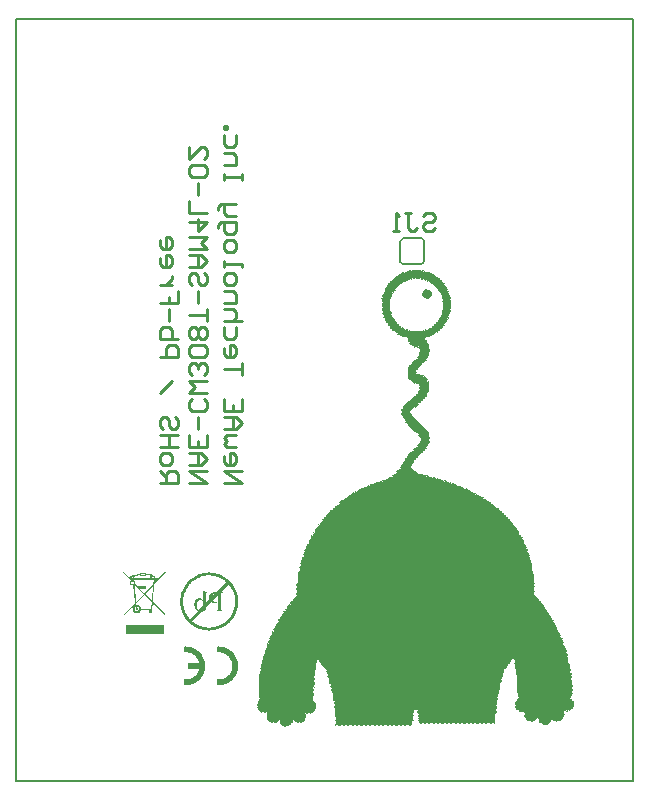
<source format=gbo>
G04 Layer_Color=32896*
%FSLAX25Y25*%
%MOIN*%
G70*
G01*
G75*
%ADD16C,0.01000*%
%ADD23C,0.00500*%
%ADD38C,0.00787*%
%ADD56C,0.02699*%
G36*
X440691Y286399D02*
X440475D01*
Y286615D01*
X440691D01*
Y286399D01*
D02*
G37*
G36*
X350000Y255222D02*
X346078Y251138D01*
X345962Y250039D01*
X345719Y247366D01*
X345522Y245445D01*
X349722Y241130D01*
X349433Y240852D01*
X345488Y244901D01*
X345256Y242414D01*
X345129D01*
Y241465D01*
X344250D01*
Y242414D01*
X341531D01*
X341427Y242229D01*
X341299Y242044D01*
X341103Y241835D01*
X340848Y241662D01*
X340559Y241569D01*
X340281Y241535D01*
X339992Y241546D01*
X339784Y241604D01*
X339541Y241708D01*
X339333Y241835D01*
X339171Y241997D01*
X339008Y242229D01*
X338893Y242483D01*
X338823Y242726D01*
X338800Y242923D01*
X338823Y243166D01*
X338858Y243351D01*
X338928Y243525D01*
X339032Y243721D01*
X339147Y243883D01*
X339309Y244034D01*
X339483Y244149D01*
X339645Y244230D01*
X339622Y244439D01*
X336162Y240852D01*
X335873Y241141D01*
X339587Y244982D01*
X339286Y248338D01*
X339078Y250767D01*
X337967D01*
Y252329D01*
X338256D01*
X335445Y255222D01*
X335734Y255500D01*
X338384Y252769D01*
Y252966D01*
X338326Y253012D01*
X338256Y253058D01*
X338187Y253128D01*
X338118Y253209D01*
X338083Y253313D01*
X338048Y253405D01*
X338037Y253521D01*
X338060Y253672D01*
X338094Y253752D01*
X338199Y253914D01*
X338314Y254019D01*
X338465Y254088D01*
X338627Y254111D01*
X338789Y254088D01*
X338928Y254030D01*
X339043Y253961D01*
X339101Y253891D01*
X339205Y253984D01*
X339379Y254100D01*
X339587Y254204D01*
X339888Y254319D01*
X340212Y254412D01*
X340536Y254481D01*
X340883Y254539D01*
X341160Y254574D01*
Y254921D01*
X343382D01*
Y254620D01*
X343555D01*
X343845Y254586D01*
X344146Y254551D01*
X344435Y254504D01*
Y254690D01*
X345395D01*
Y254238D01*
X345511Y254181D01*
X345661Y254111D01*
X345835Y254007D01*
X345974Y253914D01*
X346101Y253799D01*
X346194Y253718D01*
X346251Y253637D01*
X346298Y253544D01*
X346274Y253382D01*
X346830D01*
Y252677D01*
X346217D01*
X346124Y251762D01*
X349711Y255500D01*
X350000Y255222D01*
D02*
G37*
G36*
X450193Y282944D02*
X449977D01*
Y283159D01*
X450193D01*
Y282944D01*
D02*
G37*
G36*
X445873Y284671D02*
X445658D01*
Y284887D01*
X445873D01*
Y284671D01*
D02*
G37*
G36*
X432053Y318360D02*
X431837D01*
Y318576D01*
X432053D01*
Y318360D01*
D02*
G37*
G36*
X437235Y319224D02*
X437019D01*
Y319440D01*
X437235D01*
Y319224D01*
D02*
G37*
G36*
X434644Y288126D02*
X434428D01*
Y288342D01*
X434644D01*
Y288126D01*
D02*
G37*
G36*
X437235Y301947D02*
X437019D01*
Y302164D01*
X437235D01*
Y301947D01*
D02*
G37*
G36*
X451920Y282080D02*
X451704D01*
Y282296D01*
X451920D01*
Y282080D01*
D02*
G37*
G36*
X380656Y209087D02*
X380439D01*
Y209303D01*
X380656D01*
Y209087D01*
D02*
G37*
G36*
X484745Y224636D02*
X484529D01*
Y224852D01*
X484745D01*
Y224636D01*
D02*
G37*
G36*
X433780Y208224D02*
X433564D01*
Y208439D01*
X433780D01*
Y208224D01*
D02*
G37*
G36*
X469628Y206496D02*
X469413D01*
Y206712D01*
X469628D01*
Y206496D01*
D02*
G37*
G36*
X406570Y203905D02*
X406354D01*
Y204120D01*
X406570D01*
Y203905D01*
D02*
G37*
G36*
X453648Y281216D02*
X453432D01*
Y281432D01*
X453648D01*
Y281216D01*
D02*
G37*
G36*
X393613Y204768D02*
X393397D01*
Y204984D01*
X393613D01*
Y204768D01*
D02*
G37*
G36*
X384975D02*
X384759D01*
Y204984D01*
X384975D01*
Y204768D01*
D02*
G37*
G36*
X364698Y255073D02*
X365068Y255050D01*
X365427Y255015D01*
X365774Y254957D01*
X366121Y254900D01*
X366445Y254819D01*
X367093Y254645D01*
X367694Y254425D01*
X368261Y254182D01*
X368782Y253928D01*
X369025Y253800D01*
X369256Y253661D01*
X369476Y253534D01*
X369684Y253395D01*
X369881Y253268D01*
X370066Y253141D01*
X370240Y253014D01*
X370402Y252898D01*
X370541Y252782D01*
X370668Y252678D01*
X370783Y252586D01*
X370888Y252504D01*
X370980Y252424D01*
X371050Y252366D01*
X371108Y252308D01*
X371142Y252273D01*
X371165Y252250D01*
X371177Y252238D01*
X371431Y251972D01*
X371674Y251695D01*
X371894Y251417D01*
X372114Y251128D01*
X372299Y250838D01*
X372484Y250561D01*
X372658Y250260D01*
X372808Y249971D01*
X372947Y249681D01*
X373086Y249392D01*
X373306Y248825D01*
X373502Y248282D01*
X373641Y247761D01*
X373769Y247263D01*
X373815Y247032D01*
X373850Y246812D01*
X373884Y246615D01*
X373919Y246419D01*
X373942Y246234D01*
X373954Y246072D01*
X373965Y245921D01*
X373977Y245794D01*
X373988Y245678D01*
Y245574D01*
X374000Y245505D01*
Y245447D01*
Y245412D01*
Y245401D01*
X373988Y245030D01*
X373965Y244660D01*
X373931Y244301D01*
X373873Y243954D01*
X373815Y243607D01*
X373734Y243283D01*
X373560Y242635D01*
X373341Y242034D01*
X373109Y241467D01*
X372855Y240946D01*
X372716Y240703D01*
X372588Y240472D01*
X372461Y240252D01*
X372322Y240044D01*
X372195Y239847D01*
X372068Y239662D01*
X371952Y239488D01*
X371836Y239326D01*
X371721Y239188D01*
X371617Y239060D01*
X371524Y238945D01*
X371431Y238840D01*
X371362Y238748D01*
X371293Y238678D01*
X371246Y238620D01*
X371212Y238586D01*
X371188Y238563D01*
X371177Y238551D01*
X370911Y238297D01*
X370633Y238054D01*
X370356Y237822D01*
X370066Y237614D01*
X369777Y237417D01*
X369488Y237232D01*
X369198Y237070D01*
X368909Y236908D01*
X368620Y236769D01*
X368331Y236642D01*
X367764Y236411D01*
X367208Y236226D01*
X366688Y236075D01*
X366202Y235959D01*
X365970Y235902D01*
X365751Y235867D01*
X365542Y235832D01*
X365346Y235809D01*
X365160Y235774D01*
X364999Y235763D01*
X364848Y235751D01*
X364721Y235740D01*
X364605Y235728D01*
X364501D01*
X364432Y235717D01*
X364328D01*
X363957Y235728D01*
X363587Y235751D01*
X363228Y235786D01*
X362881Y235844D01*
X362546Y235902D01*
X362210Y235983D01*
X361574Y236156D01*
X360972Y236376D01*
X360405Y236619D01*
X359885Y236874D01*
X359642Y237001D01*
X359410Y237140D01*
X359190Y237267D01*
X358982Y237394D01*
X358785Y237533D01*
X358600Y237660D01*
X358427Y237776D01*
X358265Y237892D01*
X358126Y238007D01*
X357999Y238111D01*
X357883Y238204D01*
X357779Y238285D01*
X357686Y238366D01*
X357617Y238435D01*
X357559Y238482D01*
X357524Y238516D01*
X357501Y238540D01*
X357490Y238551D01*
X357235Y238817D01*
X356992Y239095D01*
X356761Y239373D01*
X356552Y239662D01*
X356356Y239951D01*
X356171Y240240D01*
X355997Y240530D01*
X355847Y240819D01*
X355696Y241108D01*
X355569Y241397D01*
X355338Y241964D01*
X355153Y242520D01*
X355002Y243040D01*
X354886Y243526D01*
X354829Y243758D01*
X354794Y243977D01*
X354759Y244186D01*
X354724Y244382D01*
X354701Y244567D01*
X354690Y244729D01*
X354678Y244880D01*
X354666Y245007D01*
X354655Y245123D01*
X354643Y245227D01*
Y245296D01*
Y245354D01*
Y245389D01*
Y245401D01*
X354655Y245771D01*
X354678Y246141D01*
X354713Y246500D01*
X354771Y246847D01*
X354829Y247182D01*
X354909Y247518D01*
X355083Y248154D01*
X355303Y248756D01*
X355546Y249323D01*
X355800Y249843D01*
X355928Y250086D01*
X356066Y250318D01*
X356194Y250538D01*
X356333Y250746D01*
X356460Y250943D01*
X356587Y251128D01*
X356714Y251301D01*
X356830Y251463D01*
X356946Y251602D01*
X357050Y251729D01*
X357142Y251845D01*
X357224Y251949D01*
X357305Y252042D01*
X357362Y252111D01*
X357420Y252169D01*
X357455Y252204D01*
X357478Y252227D01*
X357490Y252238D01*
X357756Y252493D01*
X358033Y252736D01*
X358311Y252967D01*
X358600Y253176D01*
X358890Y253372D01*
X359167Y253557D01*
X359468Y253731D01*
X359757Y253881D01*
X360047Y254032D01*
X360336Y254159D01*
X360903Y254390D01*
X361446Y254576D01*
X361967Y254726D01*
X362465Y254842D01*
X362696Y254900D01*
X362916Y254934D01*
X363113Y254969D01*
X363309Y255004D01*
X363494Y255027D01*
X363656Y255038D01*
X363807Y255050D01*
X363934Y255062D01*
X364050Y255073D01*
X364154Y255085D01*
X364328D01*
X364698Y255073D01*
D02*
G37*
G36*
X368041Y230377D02*
X368516Y230320D01*
X368967Y230227D01*
X369395Y230100D01*
X369800Y229961D01*
X370170Y229799D01*
X370529Y229625D01*
X370841Y229452D01*
X371131Y229278D01*
X371385Y229105D01*
X371605Y228943D01*
X371790Y228804D01*
X371929Y228677D01*
X372033Y228584D01*
X372102Y228526D01*
X372126Y228503D01*
X372461Y228144D01*
X372750Y227763D01*
X373005Y227381D01*
X373213Y226999D01*
X373398Y226606D01*
X373549Y226235D01*
X373676Y225865D01*
X373780Y225518D01*
X373850Y225194D01*
X373907Y224893D01*
X373954Y224627D01*
X373977Y224396D01*
X373988Y224292D01*
X374000Y224199D01*
Y224130D01*
X374012Y224060D01*
Y224014D01*
Y223979D01*
Y223956D01*
Y223944D01*
X373988Y223459D01*
X373931Y222984D01*
X373838Y222533D01*
X373711Y222105D01*
X373572Y221700D01*
X373410Y221330D01*
X373248Y220983D01*
X373063Y220659D01*
X372889Y220381D01*
X372727Y220126D01*
X372565Y219907D01*
X372415Y219721D01*
X372299Y219583D01*
X372207Y219467D01*
X372149Y219409D01*
X372126Y219386D01*
X371767Y219050D01*
X371385Y218761D01*
X371003Y218507D01*
X370610Y218298D01*
X370228Y218113D01*
X369846Y217963D01*
X369476Y217835D01*
X369129Y217731D01*
X368805Y217662D01*
X368504Y217604D01*
X368238Y217558D01*
X368007Y217535D01*
X367903Y217523D01*
X367810Y217512D01*
X367741D01*
X367671Y217500D01*
X367313D01*
X367208Y217512D01*
X367023D01*
X366965Y217523D01*
X366908D01*
Y219479D01*
X367127Y219455D01*
X367243Y219444D01*
X367336D01*
X367428Y219432D01*
X367555D01*
X367903Y219444D01*
X368227Y219490D01*
X368539Y219560D01*
X368840Y219640D01*
X369117Y219733D01*
X369384Y219849D01*
X369626Y219964D01*
X369846Y220092D01*
X370055Y220219D01*
X370228Y220335D01*
X370379Y220450D01*
X370506Y220543D01*
X370610Y220636D01*
X370691Y220693D01*
X370737Y220740D01*
X370749Y220751D01*
X370980Y221006D01*
X371188Y221272D01*
X371362Y221538D01*
X371512Y221816D01*
X371640Y222082D01*
X371744Y222348D01*
X371836Y222602D01*
X371906Y222845D01*
X371952Y223077D01*
X371998Y223285D01*
X372022Y223470D01*
X372045Y223632D01*
X372056Y223759D01*
X372068Y223864D01*
Y223921D01*
Y223944D01*
X372056Y224292D01*
X372010Y224616D01*
X371940Y224939D01*
X371860Y225240D01*
X371767Y225518D01*
X371651Y225784D01*
X371536Y226027D01*
X371408Y226247D01*
X371281Y226444D01*
X371165Y226617D01*
X371050Y226779D01*
X370957Y226906D01*
X370865Y226999D01*
X370807Y227080D01*
X370760Y227126D01*
X370749Y227138D01*
X370494Y227369D01*
X370228Y227577D01*
X369962Y227751D01*
X369684Y227913D01*
X369418Y228040D01*
X369152Y228144D01*
X368898Y228237D01*
X368655Y228306D01*
X368423Y228353D01*
X368215Y228399D01*
X368030Y228434D01*
X367868Y228445D01*
X367741Y228457D01*
X367636Y228468D01*
X367555D01*
X367313Y228457D01*
X367208D01*
X367104Y228445D01*
X367023Y228434D01*
X366965D01*
X366919Y228422D01*
X366908D01*
Y230366D01*
X367127Y230389D01*
X367232D01*
X367336Y230401D01*
X367555D01*
X368041Y230377D01*
D02*
G37*
G36*
X349155Y237647D02*
Y237589D01*
Y237508D01*
Y237427D01*
Y237335D01*
Y237254D01*
Y237196D01*
Y237184D01*
Y237173D01*
Y236791D01*
Y236606D01*
Y236432D01*
Y236293D01*
Y236178D01*
Y236131D01*
Y236097D01*
Y236085D01*
Y236073D01*
Y235854D01*
Y235657D01*
Y235472D01*
Y235310D01*
Y235171D01*
Y235079D01*
Y235009D01*
Y234998D01*
Y234986D01*
Y234824D01*
Y234708D01*
Y234616D01*
Y234558D01*
Y234523D01*
Y234512D01*
Y234500D01*
X336509D01*
Y234523D01*
Y234581D01*
Y234650D01*
Y234743D01*
Y234836D01*
Y234905D01*
Y234963D01*
Y234986D01*
Y235368D01*
Y235553D01*
Y235715D01*
Y235865D01*
Y235969D01*
Y236016D01*
Y236050D01*
Y236062D01*
Y236073D01*
Y236293D01*
Y236502D01*
Y236687D01*
Y236849D01*
Y236988D01*
Y237092D01*
Y237150D01*
Y237173D01*
Y237265D01*
Y237335D01*
Y237462D01*
Y237555D01*
Y237612D01*
Y237647D01*
Y237659D01*
Y237670D01*
X349155D01*
Y237647D01*
D02*
G37*
G36*
X430325Y333045D02*
X430109D01*
Y333261D01*
X430325D01*
Y333045D01*
D02*
G37*
G36*
X357073Y230377D02*
X357547Y230320D01*
X357999Y230227D01*
X358427Y230100D01*
X358832Y229961D01*
X359202Y229799D01*
X359549Y229625D01*
X359873Y229452D01*
X360151Y229278D01*
X360405Y229105D01*
X360625Y228943D01*
X360810Y228804D01*
X360949Y228677D01*
X361065Y228584D01*
X361123Y228526D01*
X361146Y228503D01*
X361481Y228144D01*
X361771Y227763D01*
X362025Y227381D01*
X362233Y226999D01*
X362418Y226606D01*
X362569Y226235D01*
X362696Y225865D01*
X362800Y225518D01*
X362870Y225194D01*
X362928Y224893D01*
X362974Y224627D01*
X362997Y224396D01*
X363008Y224292D01*
X363020Y224199D01*
Y224130D01*
X363032Y224060D01*
Y224014D01*
Y223979D01*
Y223956D01*
Y223944D01*
X363008Y223459D01*
X362951Y222984D01*
X362858Y222533D01*
X362731Y222105D01*
X362592Y221700D01*
X362430Y221330D01*
X362268Y220983D01*
X362083Y220659D01*
X361909Y220381D01*
X361747Y220126D01*
X361585Y219907D01*
X361435Y219721D01*
X361319Y219583D01*
X361227Y219467D01*
X361169Y219409D01*
X361146Y219386D01*
X360787Y219050D01*
X360405Y218761D01*
X360023Y218507D01*
X359642Y218298D01*
X359248Y218113D01*
X358878Y217963D01*
X358508Y217835D01*
X358161Y217731D01*
X357837Y217662D01*
X357536Y217604D01*
X357270Y217558D01*
X357038Y217535D01*
X356934Y217523D01*
X356842Y217512D01*
X356772D01*
X356703Y217500D01*
X356344D01*
X356240Y217512D01*
X356055D01*
X355997Y217523D01*
X355939D01*
X355951Y219479D01*
X356171Y219455D01*
X356275Y219444D01*
X356379D01*
X356460Y219432D01*
X356587D01*
X356876Y219444D01*
X357166Y219479D01*
X357443Y219525D01*
X357698Y219583D01*
X357952Y219664D01*
X358184Y219745D01*
X358404Y219837D01*
X358600Y219930D01*
X358785Y220022D01*
X358947Y220115D01*
X359086Y220196D01*
X359202Y220277D01*
X359295Y220335D01*
X359364Y220381D01*
X359410Y220416D01*
X359422Y220427D01*
X359642Y220624D01*
X359850Y220821D01*
X360023Y221029D01*
X360185Y221249D01*
X360336Y221457D01*
X360463Y221677D01*
X360579Y221885D01*
X360671Y222082D01*
X360752Y222267D01*
X360822Y222440D01*
X360880Y222591D01*
X360926Y222730D01*
X360961Y222834D01*
X360984Y222915D01*
X360995Y222961D01*
Y222984D01*
X357224D01*
Y224916D01*
X360995D01*
X360926Y225206D01*
X360833Y225472D01*
X360729Y225738D01*
X360613Y225981D01*
X360486Y226201D01*
X360359Y226409D01*
X360220Y226606D01*
X360093Y226779D01*
X359966Y226941D01*
X359838Y227080D01*
X359734Y227196D01*
X359630Y227288D01*
X359549Y227369D01*
X359491Y227427D01*
X359445Y227462D01*
X359433Y227473D01*
X359190Y227647D01*
X358947Y227797D01*
X358704Y227936D01*
X358461Y228052D01*
X358219Y228144D01*
X357987Y228225D01*
X357756Y228295D01*
X357536Y228341D01*
X357339Y228387D01*
X357154Y228411D01*
X356992Y228434D01*
X356853Y228457D01*
X356738D01*
X356657Y228468D01*
X356587D01*
X356344Y228457D01*
X356240D01*
X356136Y228445D01*
X356055Y228434D01*
X355997D01*
X355951Y228422D01*
X355939D01*
Y230366D01*
X356078Y230377D01*
X356194Y230389D01*
X356310D01*
X356402Y230401D01*
X356587D01*
X357073Y230377D01*
D02*
G37*
G36*
X434860Y355720D02*
X435076D01*
Y355504D01*
X435292D01*
Y355720D01*
X435508D01*
Y355504D01*
X435724D01*
Y355288D01*
X435940D01*
Y355504D01*
X435724D01*
Y355720D01*
X435940D01*
Y355504D01*
X436156D01*
Y355288D01*
X437667D01*
Y355072D01*
X437883D01*
Y354856D01*
X438099D01*
Y354640D01*
X438315D01*
Y354856D01*
X438531D01*
Y354640D01*
X438747D01*
Y354424D01*
X439395D01*
Y354208D01*
X439611D01*
Y353992D01*
X439827D01*
Y353776D01*
X440043D01*
Y353560D01*
X440691D01*
Y353344D01*
X440907D01*
Y353129D01*
X441122D01*
Y352913D01*
X441338D01*
Y352697D01*
X441554D01*
Y352481D01*
X441770D01*
Y352265D01*
X441986D01*
Y352049D01*
X442202D01*
Y351833D01*
X442418D01*
Y351617D01*
X442634D01*
Y351401D01*
X442850D01*
Y351185D01*
X442634D01*
Y350969D01*
X442850D01*
Y350753D01*
X443066D01*
Y350537D01*
X443282D01*
Y350321D01*
X443066D01*
Y350105D01*
X443714D01*
Y349889D01*
X443498D01*
Y349673D01*
X443714D01*
Y349457D01*
X443930D01*
Y349241D01*
X443714D01*
Y349026D01*
X443930D01*
Y348810D01*
X444146D01*
Y348594D01*
X443930D01*
Y348378D01*
X444578D01*
Y348162D01*
X444362D01*
Y347946D01*
X444578D01*
Y347730D01*
X444362D01*
Y347514D01*
X444578D01*
Y347298D01*
X444362D01*
Y347082D01*
X444578D01*
Y346866D01*
X444794D01*
Y346650D01*
X444578D01*
Y346434D01*
X444794D01*
Y346218D01*
X444578D01*
Y346002D01*
X444794D01*
Y345786D01*
X445010D01*
Y345570D01*
X444794D01*
Y345354D01*
X445010D01*
Y345138D01*
X444794D01*
Y344922D01*
X445010D01*
Y344706D01*
X444794D01*
Y344490D01*
X445010D01*
Y344274D01*
X444794D01*
Y344058D01*
X445010D01*
Y343843D01*
X444794D01*
Y343627D01*
X445010D01*
Y343411D01*
X444794D01*
Y343195D01*
X445010D01*
Y342979D01*
X444794D01*
Y342763D01*
X444578D01*
Y342547D01*
X444794D01*
Y342331D01*
X444578D01*
Y342115D01*
X444794D01*
Y341899D01*
X444578D01*
Y341683D01*
X444794D01*
Y341467D01*
X444578D01*
Y341683D01*
X444362D01*
Y341467D01*
X444578D01*
Y341251D01*
X444362D01*
Y341035D01*
X444578D01*
Y340819D01*
X444362D01*
Y340603D01*
X444578D01*
Y340387D01*
X444362D01*
Y340171D01*
X444146D01*
Y340387D01*
X443930D01*
Y340171D01*
X444146D01*
Y339955D01*
X443930D01*
Y339739D01*
X444146D01*
Y339524D01*
X443930D01*
Y339739D01*
X443714D01*
Y339524D01*
X443930D01*
Y339308D01*
X443714D01*
Y339092D01*
X443498D01*
Y338876D01*
X443714D01*
Y338660D01*
X443498D01*
Y338444D01*
X443282D01*
Y338660D01*
X443066D01*
Y338444D01*
X443282D01*
Y338228D01*
X443066D01*
Y338012D01*
X442850D01*
Y337796D01*
X442634D01*
Y337580D01*
X442850D01*
Y337364D01*
X442634D01*
Y337148D01*
X442418D01*
Y336932D01*
X442202D01*
Y336716D01*
X441986D01*
Y336500D01*
X441770D01*
Y336284D01*
X441554D01*
Y336068D01*
X441338D01*
Y335852D01*
X441122D01*
Y335636D01*
X440907D01*
Y335420D01*
X440691D01*
Y335204D01*
X440475D01*
Y334988D01*
X440259D01*
Y335204D01*
X440043D01*
Y334988D01*
X439827D01*
Y334772D01*
X439611D01*
Y334557D01*
X439395D01*
Y334772D01*
X439179D01*
Y334557D01*
X439395D01*
Y334341D01*
X439179D01*
Y334125D01*
X438963D01*
Y334341D01*
X438747D01*
Y334125D01*
X438531D01*
Y333909D01*
X438315D01*
Y334125D01*
X438099D01*
Y333909D01*
X437883D01*
Y333693D01*
X437667D01*
Y333909D01*
X437451D01*
Y333693D01*
X437667D01*
Y333477D01*
X437451D01*
Y333693D01*
X437235D01*
Y333477D01*
X436587D01*
Y333261D01*
X436372D01*
Y333477D01*
X436156D01*
Y333261D01*
X436372D01*
Y333045D01*
X435724D01*
Y332829D01*
X436372D01*
Y332613D01*
X436587D01*
Y332397D01*
X436803D01*
Y332181D01*
X437019D01*
Y331965D01*
X436803D01*
Y331749D01*
X437019D01*
Y331533D01*
X437235D01*
Y331317D01*
X437019D01*
Y331101D01*
X437667D01*
Y330885D01*
X437451D01*
Y330669D01*
Y330453D01*
Y330238D01*
X437667D01*
Y330022D01*
X437883D01*
Y329806D01*
X437667D01*
Y329590D01*
X437883D01*
Y329374D01*
X437667D01*
Y329158D01*
X437883D01*
Y328942D01*
X437667D01*
Y328726D01*
X437883D01*
Y328510D01*
X437667D01*
Y328294D01*
X437883D01*
Y328078D01*
X437667D01*
Y327862D01*
X437451D01*
Y327646D01*
X437667D01*
Y327430D01*
X437451D01*
Y327214D01*
X437235D01*
Y326998D01*
X437019D01*
Y326782D01*
X437235D01*
Y326566D01*
X437019D01*
Y326350D01*
X436803D01*
Y326134D01*
X436587D01*
Y325918D01*
X436803D01*
Y325703D01*
X436587D01*
Y325486D01*
X436372D01*
Y325703D01*
X436156D01*
Y325486D01*
X436372D01*
Y325271D01*
X436156D01*
Y325055D01*
X435940D01*
Y325271D01*
X435724D01*
Y325055D01*
X435940D01*
Y324839D01*
X435724D01*
Y324623D01*
X435508D01*
Y324839D01*
X435292D01*
Y324623D01*
X435508D01*
Y324407D01*
X435292D01*
Y324191D01*
X435076D01*
Y323975D01*
X434860D01*
Y323759D01*
X434644D01*
Y323543D01*
X434428D01*
Y323327D01*
X434212D01*
Y323111D01*
X433996D01*
Y322895D01*
X433780D01*
Y322679D01*
X433564D01*
Y322463D01*
X433348D01*
Y322247D01*
Y322031D01*
Y321815D01*
X433564D01*
Y321599D01*
X433348D01*
Y321383D01*
X433564D01*
Y321167D01*
X433780D01*
Y320952D01*
X433996D01*
Y320736D01*
X434212D01*
Y320952D01*
X433996D01*
Y321167D01*
X434212D01*
Y320952D01*
X434428D01*
Y321167D01*
X434644D01*
Y320952D01*
X434860D01*
Y320736D01*
X435940D01*
Y320519D01*
X436156D01*
Y320304D01*
X436372D01*
Y320088D01*
X436587D01*
Y319872D01*
X436803D01*
Y319656D01*
Y319440D01*
Y319224D01*
X437019D01*
Y319008D01*
X437235D01*
Y318792D01*
X437451D01*
Y318576D01*
X437667D01*
Y318360D01*
X437451D01*
Y318144D01*
X437667D01*
Y317928D01*
X437451D01*
Y317712D01*
Y317496D01*
Y317280D01*
X437667D01*
Y317064D01*
X437451D01*
Y316848D01*
Y316632D01*
Y316416D01*
X437667D01*
Y316200D01*
X437451D01*
Y315985D01*
Y315769D01*
Y315553D01*
X437667D01*
Y315337D01*
X437451D01*
Y315121D01*
X437235D01*
Y315337D01*
X437019D01*
Y315121D01*
X437235D01*
Y314905D01*
X437019D01*
Y314689D01*
X437235D01*
Y314473D01*
X437019D01*
Y314257D01*
X436803D01*
Y314041D01*
X437019D01*
Y313825D01*
X436803D01*
Y314041D01*
X436587D01*
Y313825D01*
X436803D01*
Y313609D01*
X436587D01*
Y313393D01*
X436372D01*
Y313609D01*
X436156D01*
Y313393D01*
X436372D01*
Y313177D01*
X436156D01*
Y312961D01*
X435940D01*
Y312745D01*
X435724D01*
Y312529D01*
X435508D01*
Y312313D01*
X435292D01*
Y312097D01*
X435076D01*
Y311881D01*
X434860D01*
Y311666D01*
X434644D01*
Y311450D01*
X434428D01*
Y311233D01*
X434212D01*
Y311450D01*
X433996D01*
Y311233D01*
X434212D01*
Y311018D01*
X433996D01*
Y310802D01*
X433780D01*
Y311018D01*
X433564D01*
Y310802D01*
X433780D01*
Y310586D01*
X433564D01*
Y310370D01*
X433348D01*
Y310586D01*
X433132D01*
Y310370D01*
X433348D01*
Y310154D01*
X433132D01*
Y309938D01*
X432916D01*
Y310154D01*
X432700D01*
Y309938D01*
X432484D01*
Y309722D01*
X432268D01*
Y309506D01*
X432053D01*
Y309290D01*
X431837D01*
Y309074D01*
X431621D01*
Y308858D01*
X431405D01*
Y308642D01*
X431621D01*
Y308426D01*
X431405D01*
Y308210D01*
X431621D01*
Y307994D01*
X431837D01*
Y307778D01*
X432053D01*
Y307562D01*
X431837D01*
Y307346D01*
X432053D01*
Y307130D01*
X432268D01*
Y306914D01*
X432484D01*
Y306698D01*
X432700D01*
Y306483D01*
X432916D01*
Y306267D01*
X433132D01*
Y306051D01*
X433348D01*
Y305835D01*
X433564D01*
Y305619D01*
X433780D01*
Y305403D01*
X433996D01*
Y305187D01*
X434212D01*
Y304971D01*
X434428D01*
Y304755D01*
X434644D01*
Y304539D01*
X434860D01*
Y304323D01*
X435076D01*
Y304107D01*
X435292D01*
Y303891D01*
X435508D01*
Y303675D01*
X435724D01*
Y303459D01*
X435940D01*
Y303243D01*
X436156D01*
Y303027D01*
X436372D01*
Y302811D01*
X436587D01*
Y302595D01*
X436803D01*
Y302379D01*
Y302164D01*
Y301947D01*
X437019D01*
Y301732D01*
X437667D01*
Y301516D01*
X437451D01*
Y301300D01*
Y301084D01*
Y300868D01*
X437667D01*
Y300652D01*
X437883D01*
Y300436D01*
X437667D01*
Y300220D01*
X437883D01*
Y300004D01*
X437667D01*
Y299788D01*
X437883D01*
Y299572D01*
X437667D01*
Y299356D01*
X437883D01*
Y299140D01*
X437667D01*
Y298924D01*
X437883D01*
Y298708D01*
X437667D01*
Y298492D01*
X437883D01*
Y298276D01*
X437667D01*
Y298492D01*
X437451D01*
Y298276D01*
X437667D01*
Y298060D01*
X437451D01*
Y297844D01*
X437235D01*
Y297628D01*
X437019D01*
Y297412D01*
X437235D01*
Y297197D01*
X437019D01*
Y296981D01*
X436803D01*
Y296765D01*
X437019D01*
Y296549D01*
X436803D01*
Y296765D01*
X436587D01*
Y296549D01*
X436803D01*
Y296333D01*
X436587D01*
Y296117D01*
X436372D01*
Y296333D01*
X436156D01*
Y296117D01*
X436372D01*
Y295901D01*
X436156D01*
Y295685D01*
X435940D01*
Y295469D01*
X435724D01*
Y295253D01*
X435508D01*
Y295037D01*
X435292D01*
Y294821D01*
X435076D01*
Y294605D01*
X434860D01*
Y294389D01*
X434644D01*
Y294173D01*
X434428D01*
Y293957D01*
X434212D01*
Y293741D01*
X433996D01*
Y293525D01*
X433780D01*
Y293309D01*
X433564D01*
Y293093D01*
X433348D01*
Y292878D01*
X433132D01*
Y292661D01*
X432916D01*
Y292446D01*
X432700D01*
Y292230D01*
X432484D01*
Y292014D01*
Y291798D01*
Y291582D01*
X432268D01*
Y291366D01*
X432053D01*
Y291150D01*
X431837D01*
Y290934D01*
X432053D01*
Y290718D01*
X431837D01*
Y290502D01*
X431621D01*
Y290286D01*
Y290070D01*
Y289854D01*
X431837D01*
Y289638D01*
X432053D01*
Y289422D01*
X432268D01*
Y289206D01*
X432484D01*
Y288990D01*
X432700D01*
Y288774D01*
X433348D01*
Y288558D01*
X433564D01*
Y288342D01*
X433780D01*
Y288126D01*
X433996D01*
Y287911D01*
X434212D01*
Y288126D01*
X433996D01*
Y288342D01*
X434212D01*
Y288126D01*
X434428D01*
Y287911D01*
X435508D01*
Y287695D01*
X435724D01*
Y287479D01*
X435940D01*
Y287695D01*
X436156D01*
Y287479D01*
X436372D01*
Y287695D01*
X436587D01*
Y287479D01*
X436803D01*
Y287263D01*
X437019D01*
Y287479D01*
X437235D01*
Y287263D01*
X437451D01*
Y287047D01*
X438531D01*
Y286831D01*
X438747D01*
Y286615D01*
X438963D01*
Y286831D01*
X439179D01*
Y286615D01*
X439395D01*
Y286831D01*
X439611D01*
Y286615D01*
X439827D01*
Y286399D01*
X440043D01*
Y286183D01*
X440259D01*
Y286399D01*
X440043D01*
Y286615D01*
X440259D01*
Y286399D01*
X440475D01*
Y286183D01*
X441554D01*
Y285967D01*
X441770D01*
Y285751D01*
X441986D01*
Y285967D01*
X442202D01*
Y285751D01*
X442418D01*
Y285535D01*
X442634D01*
Y285319D01*
X442850D01*
Y285535D01*
X442634D01*
Y285751D01*
X442850D01*
Y285535D01*
X443066D01*
Y285751D01*
X443282D01*
Y285535D01*
X443498D01*
Y285319D01*
X444578D01*
Y285103D01*
X444794D01*
Y284887D01*
X445010D01*
Y284671D01*
X445226D01*
Y284455D01*
X445442D01*
Y284671D01*
X445226D01*
Y284887D01*
X445442D01*
Y284671D01*
X445658D01*
Y284455D01*
X446737D01*
Y284239D01*
X446953D01*
Y284023D01*
X447601D01*
Y283807D01*
X447817D01*
Y283591D01*
X448033D01*
Y283807D01*
X447817D01*
Y284023D01*
X448033D01*
Y283807D01*
X448249D01*
Y283591D01*
X448897D01*
Y283376D01*
X449113D01*
Y283159D01*
X449329D01*
Y282944D01*
X449545D01*
Y282728D01*
X449761D01*
Y282944D01*
X449545D01*
Y283159D01*
X449761D01*
Y282944D01*
X449977D01*
Y282728D01*
X450625D01*
Y282512D01*
X450840D01*
Y282296D01*
X451056D01*
Y282512D01*
X451272D01*
Y282296D01*
X451488D01*
Y282080D01*
X451704D01*
Y281864D01*
X452352D01*
Y281648D01*
X452568D01*
Y281432D01*
X452784D01*
Y281648D01*
X453000D01*
Y281432D01*
X453216D01*
Y281216D01*
X453432D01*
Y281000D01*
X454080D01*
Y280784D01*
X454296D01*
Y280568D01*
X454512D01*
Y280352D01*
X454728D01*
Y280136D01*
X454944D01*
Y280352D01*
X454728D01*
Y280568D01*
X454944D01*
Y280352D01*
X455160D01*
Y280136D01*
X455807D01*
Y279920D01*
X455591D01*
Y279704D01*
X456239D01*
Y279488D01*
X456455D01*
Y279272D01*
X456671D01*
Y279056D01*
X456887D01*
Y278840D01*
X457103D01*
Y279056D01*
X457319D01*
Y278840D01*
X457535D01*
Y278625D01*
X457751D01*
Y278409D01*
X458399D01*
Y278193D01*
X458183D01*
Y277977D01*
X458831D01*
Y277761D01*
X459047D01*
Y277545D01*
X459263D01*
Y277329D01*
X459479D01*
Y277113D01*
X459695D01*
Y276897D01*
X459910D01*
Y276681D01*
X460558D01*
Y276465D01*
X460774D01*
Y276249D01*
X460990D01*
Y276033D01*
X461206D01*
Y275817D01*
X461422D01*
Y275601D01*
X461638D01*
Y275385D01*
X461854D01*
Y275169D01*
X462070D01*
Y274953D01*
X462286D01*
Y274737D01*
X462502D01*
Y274521D01*
X462718D01*
Y274305D01*
X462934D01*
Y274090D01*
X463150D01*
Y273873D01*
X463366D01*
Y273658D01*
X463582D01*
Y273442D01*
X463798D01*
Y273226D01*
X464014D01*
Y273010D01*
X464230D01*
Y272794D01*
X464446D01*
Y272578D01*
X464662D01*
Y272362D01*
X464878D01*
Y272146D01*
X465093D01*
Y271930D01*
X465309D01*
Y271714D01*
X465525D01*
Y271498D01*
Y271282D01*
Y271066D01*
X465741D01*
Y270850D01*
X465957D01*
Y270634D01*
X466173D01*
Y270418D01*
X466389D01*
Y270202D01*
X466605D01*
Y269986D01*
Y269770D01*
X467037D01*
Y269554D01*
X466821D01*
Y269338D01*
X467037D01*
Y269123D01*
X467253D01*
Y268907D01*
X467469D01*
Y268691D01*
Y268475D01*
Y268259D01*
X467685D01*
Y268043D01*
X467901D01*
Y267827D01*
X467685D01*
Y267611D01*
X468333D01*
Y267395D01*
Y267179D01*
Y266963D01*
X468549D01*
Y266747D01*
X468765D01*
Y266531D01*
X468549D01*
Y266315D01*
X468765D01*
Y266099D01*
X468981D01*
Y265883D01*
X469197D01*
Y265667D01*
Y265451D01*
Y265235D01*
X469413D01*
Y265019D01*
X469628D01*
Y264804D01*
X469413D01*
Y264587D01*
X469628D01*
Y264372D01*
X469413D01*
Y264156D01*
X469844D01*
Y263940D01*
Y263724D01*
X470060D01*
Y263508D01*
X470276D01*
Y263292D01*
X470060D01*
Y263076D01*
Y262860D01*
X470492D01*
Y262644D01*
X470276D01*
Y262428D01*
X470492D01*
Y262212D01*
X470708D01*
Y261996D01*
Y261780D01*
Y261564D01*
X470924D01*
Y261348D01*
Y261132D01*
Y260916D01*
X471140D01*
Y260700D01*
X470924D01*
Y260484D01*
Y260268D01*
X471356D01*
Y260052D01*
X471140D01*
Y259837D01*
X471356D01*
Y259621D01*
X471140D01*
Y259405D01*
X471356D01*
Y259189D01*
X471572D01*
Y258973D01*
X471788D01*
Y258757D01*
X471572D01*
Y258541D01*
Y258325D01*
Y258109D01*
X471788D01*
Y257893D01*
Y257677D01*
Y257461D01*
X472004D01*
Y257245D01*
X471788D01*
Y257029D01*
Y256813D01*
Y256597D01*
X472004D01*
Y256381D01*
X472220D01*
Y256165D01*
X472004D01*
Y255949D01*
X472220D01*
Y255733D01*
X472004D01*
Y255517D01*
X472220D01*
Y255301D01*
X472004D01*
Y255085D01*
X472220D01*
Y254870D01*
Y254654D01*
X472652D01*
Y254438D01*
X472436D01*
Y254222D01*
Y254006D01*
Y253790D01*
X472652D01*
Y253574D01*
X472436D01*
Y253358D01*
Y253142D01*
Y252926D01*
X472652D01*
Y252710D01*
X472436D01*
Y252494D01*
Y252278D01*
Y252062D01*
Y251846D01*
Y251630D01*
X472652D01*
Y251414D01*
X472868D01*
Y251198D01*
X472652D01*
Y250982D01*
Y250766D01*
Y250551D01*
X472868D01*
Y250335D01*
X472652D01*
Y250119D01*
Y249903D01*
Y249687D01*
X472868D01*
Y249471D01*
X472652D01*
Y249255D01*
Y249039D01*
Y248823D01*
X472868D01*
Y248607D01*
X472652D01*
Y248391D01*
Y248175D01*
Y247959D01*
X472868D01*
Y247743D01*
X472652D01*
Y247527D01*
X472868D01*
Y247311D01*
X473084D01*
Y247095D01*
X473300D01*
Y246879D01*
X473516D01*
Y246663D01*
X473732D01*
Y246447D01*
X473947D01*
Y246231D01*
X474163D01*
Y246016D01*
X474379D01*
Y245799D01*
Y245584D01*
X474811D01*
Y245368D01*
Y245152D01*
X475027D01*
Y244936D01*
Y244720D01*
X475243D01*
Y244504D01*
X475459D01*
Y244288D01*
X475675D01*
Y244072D01*
X475891D01*
Y243856D01*
Y243640D01*
Y243424D01*
X476107D01*
Y243208D01*
X476323D01*
Y242992D01*
X476539D01*
Y242776D01*
Y242560D01*
X476971D01*
Y242344D01*
Y242128D01*
Y241912D01*
X477187D01*
Y241696D01*
X477403D01*
Y241480D01*
X477619D01*
Y241265D01*
Y241049D01*
Y240833D01*
X477835D01*
Y240617D01*
X478051D01*
Y240401D01*
X478267D01*
Y240185D01*
Y239969D01*
X478698D01*
Y239753D01*
X478482D01*
Y239537D01*
X478698D01*
Y239321D01*
X478914D01*
Y239105D01*
X479130D01*
Y238889D01*
X478914D01*
Y238673D01*
X479130D01*
Y238457D01*
X479346D01*
Y238241D01*
X479562D01*
Y238025D01*
Y237809D01*
Y237593D01*
X479778D01*
Y237377D01*
X479994D01*
Y237161D01*
X479778D01*
Y236945D01*
X479994D01*
Y236729D01*
X480210D01*
Y236513D01*
X480426D01*
Y236298D01*
Y236082D01*
Y235866D01*
X480642D01*
Y235650D01*
X480858D01*
Y235434D01*
X480642D01*
Y235218D01*
X480858D01*
Y235002D01*
X481074D01*
Y234786D01*
X481290D01*
Y234570D01*
Y234354D01*
Y234138D01*
X481506D01*
Y233922D01*
X481290D01*
Y233706D01*
X481506D01*
Y233490D01*
X481722D01*
Y233274D01*
Y233058D01*
X482154D01*
Y232842D01*
X481938D01*
Y232626D01*
X482154D01*
Y232410D01*
X482370D01*
Y232194D01*
X482154D01*
Y231979D01*
X482370D01*
Y231763D01*
X482586D01*
Y231547D01*
X482370D01*
Y231331D01*
X482586D01*
Y231115D01*
X482370D01*
Y230899D01*
X482586D01*
Y230683D01*
X482802D01*
Y230467D01*
X483018D01*
Y230251D01*
X482802D01*
Y230035D01*
X483018D01*
Y229819D01*
X483234D01*
Y229603D01*
X483018D01*
Y229387D01*
X483234D01*
Y229171D01*
X483450D01*
Y228955D01*
X483234D01*
Y228739D01*
X483450D01*
Y228523D01*
X483234D01*
Y228307D01*
X483450D01*
Y228091D01*
X483665D01*
Y227875D01*
X483881D01*
Y227659D01*
X483665D01*
Y227443D01*
X483881D01*
Y227227D01*
X483665D01*
Y227011D01*
X483881D01*
Y226796D01*
X484097D01*
Y226580D01*
X483881D01*
Y226364D01*
X484097D01*
Y226148D01*
X483881D01*
Y225932D01*
X484097D01*
Y225716D01*
X484313D01*
Y225500D01*
X484097D01*
Y225284D01*
X484313D01*
Y225068D01*
X484097D01*
Y224852D01*
X484313D01*
Y224636D01*
X484529D01*
Y224420D01*
X484745D01*
Y224204D01*
X484529D01*
Y223988D01*
X484745D01*
Y223772D01*
X484529D01*
Y223556D01*
X484745D01*
Y223340D01*
X484529D01*
Y223124D01*
X484745D01*
Y222908D01*
X484961D01*
Y222692D01*
X484745D01*
Y222477D01*
X484961D01*
Y222260D01*
X484745D01*
Y222045D01*
X484961D01*
Y221829D01*
X484745D01*
Y221613D01*
X484961D01*
Y221397D01*
X485177D01*
Y221181D01*
Y220965D01*
Y220749D01*
X484961D01*
Y220533D01*
X485177D01*
Y220317D01*
X484961D01*
Y220101D01*
X485177D01*
Y219885D01*
X484961D01*
Y219669D01*
X485177D01*
Y219453D01*
X484961D01*
Y219237D01*
X485177D01*
Y219021D01*
X484961D01*
Y218805D01*
X485177D01*
Y218589D01*
X485393D01*
Y218373D01*
X485609D01*
Y218157D01*
X485393D01*
Y217941D01*
X485609D01*
Y217725D01*
X485393D01*
Y217510D01*
X485609D01*
Y217294D01*
X485393D01*
Y217078D01*
X485609D01*
Y216862D01*
X485393D01*
Y216646D01*
X485609D01*
Y216430D01*
X485393D01*
Y216214D01*
X485609D01*
Y215998D01*
X485393D01*
Y215782D01*
X485609D01*
Y215566D01*
X485393D01*
Y215350D01*
X485609D01*
Y215134D01*
X485393D01*
Y214918D01*
X485609D01*
Y214702D01*
X485393D01*
Y214486D01*
X485177D01*
Y214270D01*
X484961D01*
Y214054D01*
X485177D01*
Y213838D01*
X484961D01*
Y213622D01*
X485177D01*
Y213406D01*
X484961D01*
Y213191D01*
X484745D01*
Y212975D01*
X484961D01*
Y212759D01*
X485177D01*
Y212543D01*
X485393D01*
Y212327D01*
X485609D01*
Y212111D01*
X485825D01*
Y211895D01*
X486041D01*
Y211679D01*
X485825D01*
Y211463D01*
X486041D01*
Y211247D01*
X485825D01*
Y211031D01*
X486041D01*
Y210815D01*
Y210599D01*
Y210383D01*
X485825D01*
Y210167D01*
X485609D01*
Y209951D01*
X485825D01*
Y209735D01*
X485609D01*
Y209951D01*
X485393D01*
Y209735D01*
X485609D01*
Y209519D01*
X484961D01*
Y209303D01*
X485177D01*
Y209087D01*
X484529D01*
Y208871D01*
X484313D01*
Y209087D01*
X484097D01*
Y208871D01*
X483881D01*
Y208655D01*
X483234D01*
Y208871D01*
X483018D01*
Y209087D01*
X482802D01*
Y208871D01*
X482586D01*
Y208655D01*
X482370D01*
Y208439D01*
X482586D01*
Y208224D01*
Y208008D01*
X483018D01*
Y207792D01*
X482802D01*
Y207576D01*
X482586D01*
Y207360D01*
X482370D01*
Y207144D01*
X482586D01*
Y206928D01*
X482370D01*
Y206712D01*
X482586D01*
Y206496D01*
X482370D01*
Y206280D01*
X482154D01*
Y206064D01*
X481938D01*
Y205848D01*
X481722D01*
Y205632D01*
X481506D01*
Y205416D01*
X481290D01*
Y205632D01*
X481074D01*
Y205416D01*
X480858D01*
Y205632D01*
X480642D01*
Y205416D01*
X480426D01*
Y205200D01*
X479778D01*
Y205416D01*
X479562D01*
Y205632D01*
X479346D01*
Y205416D01*
X479130D01*
Y205632D01*
X478914D01*
Y205848D01*
X478698D01*
Y206064D01*
X478482D01*
Y205848D01*
X478267D01*
Y205632D01*
X478051D01*
Y205416D01*
X478267D01*
Y205200D01*
X478051D01*
Y204984D01*
X477835D01*
Y204768D01*
X477619D01*
Y204552D01*
X477403D01*
Y204336D01*
X475459D01*
Y204552D01*
X475243D01*
Y204768D01*
X475027D01*
Y204552D01*
X474811D01*
Y204768D01*
X474595D01*
Y204984D01*
X474379D01*
Y205200D01*
X474163D01*
Y205416D01*
Y205632D01*
Y205848D01*
X474379D01*
Y206064D01*
X474163D01*
Y206280D01*
X473947D01*
Y206496D01*
X473732D01*
Y206280D01*
X473516D01*
Y206064D01*
X473300D01*
Y205848D01*
X473084D01*
Y205632D01*
X472868D01*
Y205416D01*
X472652D01*
Y205632D01*
X472436D01*
Y205416D01*
X472220D01*
Y205200D01*
X471572D01*
Y205416D01*
X471356D01*
Y205632D01*
X471140D01*
Y205416D01*
X470924D01*
Y205632D01*
X470708D01*
Y205848D01*
X470492D01*
Y205632D01*
X470276D01*
Y205848D01*
X470060D01*
Y206064D01*
X469844D01*
Y206280D01*
Y206496D01*
Y206712D01*
X469628D01*
Y206928D01*
X469413D01*
Y207144D01*
X469628D01*
Y207360D01*
X469413D01*
Y207576D01*
X469628D01*
Y207792D01*
X469413D01*
Y208008D01*
X469628D01*
Y208224D01*
X469413D01*
Y208439D01*
X469628D01*
Y208655D01*
X467685D01*
Y208871D01*
X467469D01*
Y209087D01*
X467253D01*
Y209303D01*
X467037D01*
Y209087D01*
X466821D01*
Y209303D01*
X466605D01*
Y209519D01*
Y209735D01*
Y209951D01*
X466389D01*
Y210167D01*
Y210383D01*
Y210599D01*
X466605D01*
Y210815D01*
X466389D01*
Y211031D01*
Y211247D01*
Y211463D01*
Y211679D01*
Y211895D01*
X466605D01*
Y212111D01*
X466821D01*
Y212327D01*
X467037D01*
Y212543D01*
X466821D01*
Y212759D01*
X467469D01*
Y212975D01*
X467253D01*
Y213191D01*
X467469D01*
Y213406D01*
X467253D01*
Y213622D01*
Y213838D01*
Y214054D01*
Y214270D01*
Y214486D01*
Y214702D01*
Y214918D01*
X467037D01*
Y215134D01*
X466821D01*
Y215350D01*
X467037D01*
Y215566D01*
X466821D01*
Y215782D01*
X467037D01*
Y215998D01*
X466821D01*
Y216214D01*
X467037D01*
Y216430D01*
X466821D01*
Y216646D01*
X467037D01*
Y216862D01*
X466821D01*
Y217078D01*
X467037D01*
Y217294D01*
X466821D01*
Y217510D01*
X467037D01*
Y217725D01*
X466821D01*
Y217941D01*
X467037D01*
Y218157D01*
X466821D01*
Y218373D01*
X467037D01*
Y218589D01*
X466821D01*
Y218805D01*
X467037D01*
Y219021D01*
X466821D01*
Y219237D01*
X467037D01*
Y219453D01*
X466821D01*
Y219669D01*
X467037D01*
Y219885D01*
X466821D01*
Y220101D01*
X467037D01*
Y220317D01*
X466821D01*
Y220533D01*
X467037D01*
Y220749D01*
X466821D01*
Y220965D01*
X466605D01*
Y221181D01*
Y221397D01*
Y221613D01*
Y221829D01*
Y222045D01*
Y222260D01*
Y222477D01*
X466821D01*
Y222692D01*
X466605D01*
Y222908D01*
X466389D01*
Y223124D01*
Y223340D01*
Y223556D01*
Y223772D01*
Y223988D01*
Y224204D01*
Y224420D01*
X466173D01*
Y224636D01*
X465957D01*
Y224852D01*
X466173D01*
Y225068D01*
X465957D01*
Y225284D01*
X466173D01*
Y225500D01*
X465957D01*
Y225716D01*
X466173D01*
Y225932D01*
X465957D01*
Y226148D01*
X465741D01*
Y226364D01*
X465525D01*
Y226148D01*
X465741D01*
Y225932D01*
X465525D01*
Y226148D01*
X465309D01*
Y225932D01*
X465093D01*
Y225716D01*
X464878D01*
Y225500D01*
Y225284D01*
Y225068D01*
X464662D01*
Y224852D01*
X464446D01*
Y224636D01*
X464230D01*
Y224420D01*
X464014D01*
Y224204D01*
Y223988D01*
Y223772D01*
X463582D01*
Y223556D01*
Y223340D01*
X463150D01*
Y223124D01*
Y222908D01*
X462718D01*
Y222692D01*
Y222477D01*
X462502D01*
Y222260D01*
X462718D01*
Y222045D01*
X462502D01*
Y221829D01*
X462718D01*
Y221613D01*
X462286D01*
Y221397D01*
Y221181D01*
Y220965D01*
Y220749D01*
Y220533D01*
Y220317D01*
X462070D01*
Y220101D01*
Y219885D01*
Y219669D01*
Y219453D01*
Y219237D01*
X461854D01*
Y219453D01*
X461638D01*
Y219237D01*
X461854D01*
Y219021D01*
X461638D01*
Y218805D01*
X461854D01*
Y218589D01*
X461638D01*
Y218373D01*
X461854D01*
Y218157D01*
X461422D01*
Y217941D01*
Y217725D01*
X461206D01*
Y217510D01*
X461422D01*
Y217294D01*
Y217078D01*
Y216862D01*
X461206D01*
Y216646D01*
Y216430D01*
Y216214D01*
Y215998D01*
Y215782D01*
X460990D01*
Y215566D01*
X460774D01*
Y215350D01*
X460990D01*
Y215134D01*
X460774D01*
Y214918D01*
X460990D01*
Y214702D01*
X460774D01*
Y214486D01*
X460558D01*
Y214270D01*
X460342D01*
Y214054D01*
X460558D01*
Y213838D01*
Y213622D01*
Y213406D01*
X460342D01*
Y213191D01*
X460558D01*
Y212975D01*
Y212759D01*
Y212543D01*
X460342D01*
Y212327D01*
Y212111D01*
Y211895D01*
Y211679D01*
Y211463D01*
Y211247D01*
Y211031D01*
X460126D01*
Y210815D01*
X459910D01*
Y210599D01*
X460126D01*
Y210383D01*
X459910D01*
Y210167D01*
X460126D01*
Y209951D01*
X459910D01*
Y209735D01*
X460126D01*
Y209519D01*
X459910D01*
Y209303D01*
X460126D01*
Y209087D01*
X459910D01*
Y208871D01*
X460126D01*
Y208655D01*
X459910D01*
Y208439D01*
X460126D01*
Y208224D01*
X459910D01*
Y208008D01*
X459695D01*
Y207792D01*
Y207576D01*
Y207360D01*
X459479D01*
Y207144D01*
X459695D01*
Y206928D01*
Y206712D01*
Y206496D01*
Y206280D01*
Y206064D01*
Y205848D01*
Y205632D01*
X459479D01*
Y205416D01*
X459695D01*
Y205200D01*
Y204984D01*
Y204768D01*
X459479D01*
Y204552D01*
X459263D01*
Y204768D01*
X459047D01*
Y204552D01*
X458831D01*
Y204768D01*
X458615D01*
Y204552D01*
X458399D01*
Y204768D01*
X458183D01*
Y204552D01*
X457967D01*
Y204768D01*
X457751D01*
Y204552D01*
X457535D01*
Y204768D01*
X457319D01*
Y204552D01*
X457103D01*
Y204768D01*
X456887D01*
Y204552D01*
X456671D01*
Y204768D01*
X456455D01*
Y204552D01*
X456239D01*
Y204768D01*
X456023D01*
Y204552D01*
X455807D01*
Y204768D01*
X455591D01*
Y204552D01*
X455375D01*
Y204768D01*
X455160D01*
Y204552D01*
X454944D01*
Y204768D01*
X454728D01*
Y204552D01*
X454512D01*
Y204768D01*
X454296D01*
Y204552D01*
X454080D01*
Y204768D01*
X453864D01*
Y204552D01*
X453648D01*
Y204768D01*
X453432D01*
Y204552D01*
X453216D01*
Y204768D01*
X453000D01*
Y204552D01*
X452784D01*
Y204768D01*
X452568D01*
Y204552D01*
X452352D01*
Y204768D01*
X452136D01*
Y204552D01*
X451920D01*
Y204768D01*
X451704D01*
Y204552D01*
X451488D01*
Y204768D01*
X451272D01*
Y204552D01*
X451056D01*
Y204768D01*
X450840D01*
Y204552D01*
X450625D01*
Y204768D01*
X450409D01*
Y204552D01*
X450193D01*
Y204768D01*
X449977D01*
Y204552D01*
X449761D01*
Y204768D01*
X449545D01*
Y204552D01*
X449329D01*
Y204768D01*
X449113D01*
Y204552D01*
X448897D01*
Y204768D01*
X448681D01*
Y204552D01*
X448465D01*
Y204768D01*
X448249D01*
Y204552D01*
X448033D01*
Y204768D01*
X447817D01*
Y204552D01*
X447601D01*
Y204768D01*
X447385D01*
Y204552D01*
X447169D01*
Y204768D01*
X446953D01*
Y204552D01*
X446737D01*
Y204768D01*
X446521D01*
Y204552D01*
X446305D01*
Y204768D01*
X446090D01*
Y204552D01*
X445873D01*
Y204768D01*
X445658D01*
Y204552D01*
X445442D01*
Y204768D01*
X445226D01*
Y204552D01*
X445010D01*
Y204768D01*
X444794D01*
Y204552D01*
X444578D01*
Y204768D01*
X444362D01*
Y204552D01*
X444146D01*
Y204768D01*
X443930D01*
Y204552D01*
X443714D01*
Y204768D01*
X443498D01*
Y204552D01*
X443282D01*
Y204768D01*
X443066D01*
Y204552D01*
X442850D01*
Y204768D01*
X442634D01*
Y204552D01*
X442418D01*
Y204768D01*
X442202D01*
Y204552D01*
X441986D01*
Y204768D01*
X441770D01*
Y204552D01*
X441554D01*
Y204768D01*
X441338D01*
Y204552D01*
X441122D01*
Y204768D01*
X440907D01*
Y204552D01*
X440691D01*
Y204768D01*
X440475D01*
Y204552D01*
X440259D01*
Y204768D01*
X440043D01*
Y204552D01*
X439827D01*
Y204768D01*
X439611D01*
Y204552D01*
X439395D01*
Y204768D01*
X439179D01*
Y204552D01*
X438963D01*
Y204768D01*
X438747D01*
Y204552D01*
X438531D01*
Y204768D01*
X438315D01*
Y204552D01*
X438099D01*
Y204768D01*
X437883D01*
Y204552D01*
X437667D01*
Y204768D01*
X437451D01*
Y204552D01*
X437235D01*
Y204768D01*
X437019D01*
Y204552D01*
X436803D01*
Y204768D01*
X436587D01*
Y204552D01*
X436372D01*
Y204768D01*
X436156D01*
Y204552D01*
X435940D01*
Y204768D01*
X435724D01*
Y204552D01*
X435508D01*
Y204768D01*
X435292D01*
Y204552D01*
X435076D01*
Y204768D01*
X434860D01*
Y204552D01*
X434644D01*
Y204768D01*
X434428D01*
Y204984D01*
X434212D01*
Y205200D01*
Y205416D01*
Y205632D01*
X433996D01*
Y205848D01*
X434212D01*
Y206064D01*
X433996D01*
Y206280D01*
Y206496D01*
Y206712D01*
X434212D01*
Y206928D01*
X433996D01*
Y207144D01*
Y207360D01*
Y207576D01*
X434212D01*
Y207792D01*
X433996D01*
Y208008D01*
Y208224D01*
Y208439D01*
X433780D01*
Y208655D01*
X433564D01*
Y208871D01*
X433780D01*
Y209087D01*
X433564D01*
Y209303D01*
X433348D01*
Y209519D01*
X433132D01*
Y209303D01*
X433348D01*
Y209087D01*
X433132D01*
Y209303D01*
X432916D01*
Y209087D01*
X432700D01*
Y209303D01*
X432484D01*
Y209087D01*
Y208871D01*
Y208655D01*
X432268D01*
Y208439D01*
X432484D01*
Y208224D01*
X432268D01*
Y208008D01*
Y207792D01*
Y207576D01*
X432484D01*
Y207360D01*
X432268D01*
Y207144D01*
Y206928D01*
Y206712D01*
X432484D01*
Y206496D01*
X432268D01*
Y206280D01*
Y206064D01*
Y205848D01*
X432484D01*
Y205632D01*
X432268D01*
Y205416D01*
X432053D01*
Y205632D01*
X431837D01*
Y205416D01*
X432053D01*
Y205200D01*
X431837D01*
Y204984D01*
X432053D01*
Y204768D01*
X431837D01*
Y204552D01*
X432053D01*
Y204336D01*
X431837D01*
Y204120D01*
X431621D01*
Y203905D01*
X431405D01*
Y204120D01*
X431189D01*
Y203905D01*
X430973D01*
Y204120D01*
X430757D01*
Y203905D01*
X430541D01*
Y204120D01*
X430325D01*
Y203905D01*
X430109D01*
Y204120D01*
X429893D01*
Y203905D01*
X429677D01*
Y204120D01*
X429461D01*
Y203905D01*
X429245D01*
Y204120D01*
X429029D01*
Y203905D01*
X428813D01*
Y204120D01*
X428597D01*
Y203905D01*
X428381D01*
Y204120D01*
X428165D01*
Y203905D01*
X427949D01*
Y204120D01*
X427733D01*
Y203905D01*
X427517D01*
Y204120D01*
X427302D01*
Y203905D01*
X427085D01*
Y204120D01*
X426870D01*
Y203905D01*
X426654D01*
Y204120D01*
X426438D01*
Y203905D01*
X426222D01*
Y204120D01*
X426006D01*
Y203905D01*
X425790D01*
Y204120D01*
X425574D01*
Y203905D01*
X425358D01*
Y204120D01*
X425142D01*
Y203905D01*
X424926D01*
Y204120D01*
X424710D01*
Y203905D01*
X424494D01*
Y204120D01*
X424278D01*
Y203905D01*
X424062D01*
Y204120D01*
X423846D01*
Y203905D01*
X423630D01*
Y204120D01*
X423414D01*
Y203905D01*
X423198D01*
Y204120D01*
X422982D01*
Y203905D01*
X422766D01*
Y204120D01*
X422550D01*
Y203905D01*
X422334D01*
Y204120D01*
X422119D01*
Y203905D01*
X421903D01*
Y204120D01*
X421687D01*
Y203905D01*
X421471D01*
Y204120D01*
X421255D01*
Y203905D01*
X421039D01*
Y204120D01*
X420823D01*
Y203905D01*
X420607D01*
Y204120D01*
X420391D01*
Y203905D01*
X420175D01*
Y204120D01*
X419959D01*
Y203905D01*
X419743D01*
Y204120D01*
X419527D01*
Y203905D01*
X419311D01*
Y204120D01*
X419095D01*
Y203905D01*
X418879D01*
Y204120D01*
X418663D01*
Y203905D01*
X418447D01*
Y204120D01*
X418231D01*
Y203905D01*
X418015D01*
Y204120D01*
X417800D01*
Y203905D01*
X417584D01*
Y204120D01*
X417368D01*
Y203905D01*
X417152D01*
Y204120D01*
X416936D01*
Y203905D01*
X416720D01*
Y204120D01*
X416504D01*
Y203905D01*
X416288D01*
Y204120D01*
X416072D01*
Y203905D01*
X415856D01*
Y204120D01*
X415640D01*
Y203905D01*
X415424D01*
Y204120D01*
X415208D01*
Y203905D01*
X414992D01*
Y204120D01*
X414776D01*
Y203905D01*
X414560D01*
Y204120D01*
X414344D01*
Y203905D01*
X414128D01*
Y204120D01*
X413912D01*
Y203905D01*
X413696D01*
Y204120D01*
X413480D01*
Y203905D01*
X413265D01*
Y204120D01*
X413049D01*
Y203905D01*
X412833D01*
Y204120D01*
X412617D01*
Y203905D01*
X412401D01*
Y204120D01*
X412185D01*
Y203905D01*
X411969D01*
Y204120D01*
X411753D01*
Y203905D01*
X411537D01*
Y204120D01*
X411321D01*
Y203905D01*
X411105D01*
Y204120D01*
X410889D01*
Y203905D01*
X410673D01*
Y204120D01*
X410457D01*
Y203905D01*
X410241D01*
Y204120D01*
X410025D01*
Y203905D01*
X409809D01*
Y204120D01*
X409593D01*
Y203905D01*
X409377D01*
Y204120D01*
X409161D01*
Y203905D01*
X408945D01*
Y204120D01*
X408729D01*
Y203905D01*
X408513D01*
Y204120D01*
X408298D01*
Y203905D01*
X408082D01*
Y204120D01*
X407866D01*
Y203905D01*
X407650D01*
Y204120D01*
X407434D01*
Y203905D01*
X407218D01*
Y204120D01*
X407002D01*
Y203905D01*
X406786D01*
Y204120D01*
X406570D01*
Y204336D01*
X406354D01*
Y204552D01*
X406570D01*
Y204768D01*
X406354D01*
Y204984D01*
X406570D01*
Y205200D01*
Y205416D01*
Y205632D01*
X406354D01*
Y205848D01*
X406570D01*
Y206064D01*
X406354D01*
Y206280D01*
X406570D01*
Y206496D01*
X406354D01*
Y206712D01*
X406570D01*
Y206928D01*
X406354D01*
Y207144D01*
X406138D01*
Y207360D01*
X406354D01*
Y207576D01*
X406138D01*
Y207792D01*
X406354D01*
Y208008D01*
X406138D01*
Y208224D01*
X406354D01*
Y208439D01*
Y208655D01*
Y208871D01*
X406138D01*
Y209087D01*
X406354D01*
Y209303D01*
Y209519D01*
Y209735D01*
X406138D01*
Y209951D01*
X405922D01*
Y210167D01*
X406138D01*
Y210383D01*
X405922D01*
Y210599D01*
X406138D01*
Y210815D01*
X405922D01*
Y211031D01*
X406138D01*
Y211247D01*
X405922D01*
Y211463D01*
X406138D01*
Y211679D01*
X405922D01*
Y211895D01*
X406138D01*
Y212111D01*
X405706D01*
Y212327D01*
Y212543D01*
X405490D01*
Y212759D01*
X405706D01*
Y212975D01*
Y213191D01*
Y213406D01*
X405490D01*
Y213622D01*
Y213838D01*
Y214054D01*
X405274D01*
Y214270D01*
X405490D01*
Y214486D01*
Y214702D01*
Y214918D01*
X405274D01*
Y215134D01*
X405058D01*
Y215350D01*
X405274D01*
Y215566D01*
X405058D01*
Y215782D01*
X405274D01*
Y215998D01*
X405058D01*
Y216214D01*
X405274D01*
Y216430D01*
X404842D01*
Y216646D01*
Y216862D01*
X404626D01*
Y217078D01*
X404842D01*
Y217294D01*
Y217510D01*
Y217725D01*
X404626D01*
Y217941D01*
X404410D01*
Y218157D01*
X404626D01*
Y218373D01*
X404410D01*
Y218589D01*
X404194D01*
Y218805D01*
X404410D01*
Y219021D01*
X404194D01*
Y219237D01*
X404410D01*
Y219453D01*
X404194D01*
Y219669D01*
X404410D01*
Y219885D01*
X403978D01*
Y220101D01*
Y220317D01*
X403762D01*
Y220533D01*
X403978D01*
Y220749D01*
X403762D01*
Y220965D01*
X403978D01*
Y221181D01*
X403762D01*
Y221397D01*
X403547D01*
Y221613D01*
X403762D01*
Y221829D01*
X403547D01*
Y222045D01*
X403331D01*
Y222260D01*
X403547D01*
Y222477D01*
X403115D01*
Y222692D01*
Y222908D01*
X402899D01*
Y223124D01*
X402683D01*
Y223340D01*
X402467D01*
Y223556D01*
X402251D01*
Y223772D01*
X402035D01*
Y223988D01*
X401819D01*
Y224204D01*
X401603D01*
Y224420D01*
X401819D01*
Y224636D01*
X401603D01*
Y224852D01*
X401387D01*
Y225068D01*
X401171D01*
Y225284D01*
X400955D01*
Y225500D01*
X400739D01*
Y225716D01*
X400955D01*
Y225932D01*
X400307D01*
Y225716D01*
X400523D01*
Y225500D01*
X400307D01*
Y225284D01*
X400091D01*
Y225068D01*
X400307D01*
Y224852D01*
X400091D01*
Y224636D01*
X400307D01*
Y224420D01*
X400091D01*
Y224204D01*
X399875D01*
Y223988D01*
X400091D01*
Y223772D01*
X399875D01*
Y223556D01*
X400091D01*
Y223340D01*
X399875D01*
Y223124D01*
X400091D01*
Y222908D01*
X399875D01*
Y222692D01*
X399659D01*
Y222477D01*
X399443D01*
Y222260D01*
X399659D01*
Y222045D01*
X399443D01*
Y221829D01*
X399659D01*
Y221613D01*
X399443D01*
Y221397D01*
X399659D01*
Y221181D01*
X399443D01*
Y220965D01*
X399659D01*
Y220749D01*
X399443D01*
Y220533D01*
X399227D01*
Y220317D01*
X399443D01*
Y220101D01*
X399227D01*
Y219885D01*
X399443D01*
Y219669D01*
X399227D01*
Y219453D01*
X399443D01*
Y219237D01*
X399227D01*
Y219021D01*
Y218805D01*
Y218589D01*
X399443D01*
Y218373D01*
X399227D01*
Y218157D01*
X399443D01*
Y217941D01*
X399227D01*
Y217725D01*
X399443D01*
Y217510D01*
X399227D01*
Y217294D01*
Y217078D01*
Y216862D01*
X399443D01*
Y216646D01*
X399227D01*
Y216862D01*
X399011D01*
Y216646D01*
X399227D01*
Y216430D01*
X399011D01*
Y216214D01*
X399227D01*
Y215998D01*
X399011D01*
Y215782D01*
X399227D01*
Y215566D01*
X399011D01*
Y215350D01*
X399227D01*
Y215134D01*
X399011D01*
Y214918D01*
X399227D01*
Y214702D01*
X399011D01*
Y214486D01*
X399227D01*
Y214270D01*
X399011D01*
Y214054D01*
X399227D01*
Y213838D01*
X399011D01*
Y213622D01*
X399227D01*
Y213406D01*
X399011D01*
Y213191D01*
X398796D01*
Y212975D01*
X398580D01*
Y212759D01*
X398796D01*
Y212543D01*
Y212327D01*
X399227D01*
Y212111D01*
Y211895D01*
X399659D01*
Y211679D01*
Y211463D01*
X400091D01*
Y211247D01*
X399875D01*
Y211031D01*
X400091D01*
Y210815D01*
X399875D01*
Y210599D01*
X400091D01*
Y210383D01*
X399875D01*
Y210167D01*
X400091D01*
Y209951D01*
X399875D01*
Y209735D01*
X400091D01*
Y209519D01*
X399443D01*
Y209303D01*
X399659D01*
Y209087D01*
X399443D01*
Y208871D01*
X399227D01*
Y208655D01*
X399011D01*
Y208439D01*
X398796D01*
Y208224D01*
X398148D01*
Y208008D01*
X397932D01*
Y208224D01*
X397716D01*
Y208008D01*
X397500D01*
Y208224D01*
X397284D01*
Y208008D01*
X397068D01*
Y208224D01*
X396852D01*
Y208008D01*
X396636D01*
Y208224D01*
X396420D01*
Y208008D01*
X396636D01*
Y207792D01*
Y207576D01*
Y207360D01*
X396852D01*
Y207144D01*
X396636D01*
Y206928D01*
Y206712D01*
Y206496D01*
X396420D01*
Y206280D01*
X396636D01*
Y206064D01*
X396420D01*
Y205848D01*
X396204D01*
Y205632D01*
X395988D01*
Y205416D01*
X395772D01*
Y205200D01*
X395124D01*
Y204984D01*
X394908D01*
Y204768D01*
X394692D01*
Y204984D01*
X394477D01*
Y205200D01*
X394261D01*
Y204984D01*
X394477D01*
Y204768D01*
X394261D01*
Y204984D01*
X394045D01*
Y204768D01*
X393829D01*
Y204984D01*
X393613D01*
Y205200D01*
X392965D01*
Y205416D01*
X392749D01*
Y205632D01*
X392533D01*
Y205848D01*
X392317D01*
Y206064D01*
X392101D01*
Y205848D01*
Y205632D01*
Y205416D01*
X392317D01*
Y205200D01*
X392101D01*
Y204984D01*
X391885D01*
Y204768D01*
X391669D01*
Y204552D01*
X391453D01*
Y204336D01*
X391237D01*
Y204120D01*
X391021D01*
Y203905D01*
X390373D01*
Y203689D01*
X390157D01*
Y203905D01*
X389942D01*
Y203689D01*
X389725D01*
Y203905D01*
X389510D01*
Y203689D01*
X389294D01*
Y203905D01*
X389078D01*
Y204120D01*
X388862D01*
Y203905D01*
X388646D01*
Y204120D01*
Y204336D01*
X388214D01*
Y204552D01*
X387998D01*
Y204768D01*
Y204984D01*
Y205200D01*
X387782D01*
Y205416D01*
X387998D01*
Y205632D01*
X387782D01*
Y205848D01*
X387566D01*
Y205632D01*
X387350D01*
Y205416D01*
X387134D01*
Y205200D01*
X386918D01*
Y204984D01*
X386702D01*
Y204768D01*
X386486D01*
Y204984D01*
X386270D01*
Y204768D01*
X386054D01*
Y204984D01*
X385838D01*
Y205200D01*
X385622D01*
Y204984D01*
X385838D01*
Y204768D01*
X385622D01*
Y204984D01*
X385406D01*
Y204768D01*
X385191D01*
Y204984D01*
X384975D01*
Y205200D01*
X384327D01*
Y205416D01*
X384111D01*
Y205632D01*
X383895D01*
Y205848D01*
X383679D01*
Y206064D01*
Y206280D01*
Y206496D01*
X383463D01*
Y206712D01*
Y206928D01*
Y207144D01*
X383679D01*
Y207360D01*
X383463D01*
Y207576D01*
X383679D01*
Y207792D01*
X383463D01*
Y208008D01*
X383679D01*
Y208224D01*
Y208439D01*
Y208655D01*
X383463D01*
Y208439D01*
X383247D01*
Y208224D01*
X383031D01*
Y208439D01*
X382815D01*
Y208224D01*
X382599D01*
Y208439D01*
X382383D01*
Y208655D01*
X382167D01*
Y208439D01*
X382383D01*
Y208224D01*
X382167D01*
Y208439D01*
X381951D01*
Y208224D01*
X381735D01*
Y208439D01*
Y208655D01*
X381303D01*
Y208871D01*
X381087D01*
Y209087D01*
X380871D01*
Y209303D01*
X380656D01*
Y209519D01*
X380439D01*
Y209735D01*
X380223D01*
Y209951D01*
Y210167D01*
Y210383D01*
X380439D01*
Y210599D01*
X380223D01*
Y210815D01*
Y211031D01*
Y211247D01*
X380439D01*
Y211031D01*
X380656D01*
Y211247D01*
X380439D01*
Y211463D01*
X380656D01*
Y211679D01*
X380439D01*
Y211895D01*
X380656D01*
Y212111D01*
X380871D01*
Y212327D01*
X381087D01*
Y212543D01*
Y212759D01*
Y212975D01*
X381303D01*
Y213191D01*
X381087D01*
Y213406D01*
X380871D01*
Y213622D01*
Y213838D01*
Y214054D01*
Y214270D01*
Y214486D01*
Y214702D01*
Y214918D01*
Y215134D01*
Y215350D01*
Y215566D01*
Y215782D01*
Y215998D01*
Y216214D01*
Y216430D01*
Y216646D01*
Y216862D01*
Y217078D01*
Y217294D01*
Y217510D01*
Y217725D01*
Y217941D01*
Y218157D01*
Y218373D01*
Y218589D01*
Y218805D01*
X381087D01*
Y219021D01*
Y219237D01*
Y219453D01*
Y219669D01*
Y219885D01*
Y220101D01*
Y220317D01*
Y220533D01*
Y220749D01*
Y220965D01*
Y221181D01*
X381303D01*
Y221397D01*
X381519D01*
Y221613D01*
X381303D01*
Y221829D01*
X381519D01*
Y222045D01*
X381303D01*
Y222260D01*
X381519D01*
Y222477D01*
X381303D01*
Y222692D01*
X381519D01*
Y222908D01*
X381303D01*
Y223124D01*
X381735D01*
Y223340D01*
Y223556D01*
Y223772D01*
Y223988D01*
Y224204D01*
Y224420D01*
X381951D01*
Y224636D01*
Y224852D01*
Y225068D01*
Y225284D01*
Y225500D01*
Y225716D01*
Y225932D01*
X382167D01*
Y225716D01*
X382383D01*
Y225932D01*
X382167D01*
Y226148D01*
X382383D01*
Y226364D01*
X382167D01*
Y226580D01*
X382383D01*
Y226796D01*
X382167D01*
Y227011D01*
X382383D01*
Y227227D01*
X382599D01*
Y227443D01*
Y227659D01*
Y227875D01*
X382815D01*
Y228091D01*
Y228307D01*
Y228523D01*
X383031D01*
Y228739D01*
X382815D01*
Y228955D01*
X383031D01*
Y229171D01*
X383247D01*
Y229387D01*
X383031D01*
Y229603D01*
X383247D01*
Y229819D01*
X383031D01*
Y230035D01*
X383463D01*
Y230251D01*
Y230467D01*
Y230683D01*
Y230899D01*
X383679D01*
Y231115D01*
X383895D01*
Y231331D01*
X383679D01*
Y231547D01*
X383895D01*
Y231331D01*
X384111D01*
Y231547D01*
X383895D01*
Y231763D01*
X384111D01*
Y231979D01*
X383895D01*
Y232194D01*
X384111D01*
Y232410D01*
X384327D01*
Y232626D01*
X384543D01*
Y232842D01*
X384327D01*
Y233058D01*
X384543D01*
Y233274D01*
Y233490D01*
Y233706D01*
X384759D01*
Y233490D01*
X384975D01*
Y233706D01*
X384759D01*
Y233922D01*
X384975D01*
Y234138D01*
X384759D01*
Y234354D01*
X385191D01*
Y234570D01*
Y234786D01*
X385406D01*
Y235002D01*
Y235218D01*
Y235434D01*
X385622D01*
Y235218D01*
X385838D01*
Y235434D01*
X385622D01*
Y235650D01*
X385838D01*
Y235866D01*
X385622D01*
Y236082D01*
X385838D01*
Y236298D01*
X386054D01*
Y236513D01*
X386270D01*
Y236729D01*
Y236945D01*
Y237161D01*
X386486D01*
Y236945D01*
X386702D01*
Y237161D01*
X386486D01*
Y237377D01*
X386702D01*
Y237593D01*
X386486D01*
Y237809D01*
X386918D01*
Y238025D01*
Y238241D01*
X387134D01*
Y238457D01*
Y238673D01*
Y238889D01*
X387350D01*
Y238673D01*
X387566D01*
Y238889D01*
X387350D01*
Y239105D01*
X387566D01*
Y239321D01*
X387350D01*
Y239537D01*
X387998D01*
Y239753D01*
X387782D01*
Y239969D01*
X387998D01*
Y240185D01*
X388214D01*
Y240401D01*
X388430D01*
Y240617D01*
X388646D01*
Y240833D01*
Y241049D01*
Y241265D01*
X388862D01*
Y241480D01*
X389078D01*
Y241696D01*
X389294D01*
Y241912D01*
X389078D01*
Y242128D01*
X389725D01*
Y242344D01*
X389510D01*
Y242560D01*
X389725D01*
Y242344D01*
X389942D01*
Y242560D01*
X389725D01*
Y242776D01*
X389942D01*
Y242992D01*
X390157D01*
Y243208D01*
X390373D01*
Y243424D01*
X390589D01*
Y243640D01*
X390373D01*
Y243856D01*
X390589D01*
Y244072D01*
X390805D01*
Y244288D01*
X391021D01*
Y244504D01*
X391237D01*
Y244288D01*
X391453D01*
Y244504D01*
X391237D01*
Y244720D01*
X391453D01*
Y244936D01*
X391237D01*
Y245152D01*
X391885D01*
Y245368D01*
X391669D01*
Y245584D01*
X392317D01*
Y245799D01*
X392101D01*
Y246016D01*
X392317D01*
Y246231D01*
X392533D01*
Y246447D01*
X392749D01*
Y246663D01*
X392965D01*
Y246879D01*
X393181D01*
Y247095D01*
X393397D01*
Y247311D01*
X393613D01*
Y247527D01*
X393397D01*
Y247743D01*
X393613D01*
Y247959D01*
X393397D01*
Y248175D01*
X393613D01*
Y248391D01*
X393397D01*
Y248607D01*
X393613D01*
Y248823D01*
X393397D01*
Y249039D01*
X393613D01*
Y249255D01*
X393397D01*
Y249471D01*
X393613D01*
Y249687D01*
X393397D01*
Y249903D01*
X393613D01*
Y250119D01*
X393397D01*
Y250335D01*
X393613D01*
Y250551D01*
X393397D01*
Y250766D01*
X393613D01*
Y250982D01*
X393397D01*
Y251198D01*
X393613D01*
Y251414D01*
X393397D01*
Y251630D01*
X394045D01*
Y251846D01*
X393829D01*
Y252062D01*
X394045D01*
Y252278D01*
X393829D01*
Y252494D01*
X394045D01*
Y252710D01*
X393829D01*
Y252926D01*
X394045D01*
Y253142D01*
X393829D01*
Y253358D01*
X394045D01*
Y253574D01*
X393829D01*
Y253790D01*
X394045D01*
Y254006D01*
Y254222D01*
Y254438D01*
X394261D01*
Y254654D01*
X394045D01*
Y254870D01*
Y255085D01*
Y255301D01*
X394261D01*
Y255517D01*
X394477D01*
Y255733D01*
X394261D01*
Y255949D01*
X394477D01*
Y256165D01*
X394261D01*
Y256381D01*
X394477D01*
Y256597D01*
X394261D01*
Y256813D01*
X394477D01*
Y257029D01*
X394692D01*
Y257245D01*
X394908D01*
Y257461D01*
X394692D01*
Y257677D01*
X394908D01*
Y257893D01*
X394692D01*
Y258109D01*
X394908D01*
Y258325D01*
Y258541D01*
Y258757D01*
X395124D01*
Y258973D01*
X394908D01*
Y259189D01*
X395124D01*
Y259405D01*
X395340D01*
Y259621D01*
X395124D01*
Y259837D01*
X395340D01*
Y260052D01*
X395124D01*
Y260268D01*
X395772D01*
Y260484D01*
X395556D01*
Y260700D01*
X395772D01*
Y260916D01*
X395556D01*
Y261132D01*
X395772D01*
Y261348D01*
X395988D01*
Y261564D01*
X395772D01*
Y261780D01*
X395988D01*
Y261996D01*
X396204D01*
Y262212D01*
X395988D01*
Y262428D01*
X396204D01*
Y262644D01*
X396420D01*
Y262428D01*
X396636D01*
Y262644D01*
X396420D01*
Y262860D01*
X396636D01*
Y263076D01*
X396420D01*
Y263292D01*
X396636D01*
Y263508D01*
Y263724D01*
Y263940D01*
X396852D01*
Y263724D01*
X397068D01*
Y263940D01*
X396852D01*
Y264156D01*
X397068D01*
Y264372D01*
X396852D01*
Y264587D01*
X397500D01*
Y264804D01*
X397284D01*
Y265019D01*
X397500D01*
Y265235D01*
Y265451D01*
X397932D01*
Y265667D01*
X397716D01*
Y265883D01*
X397932D01*
Y266099D01*
X397716D01*
Y266315D01*
X398364D01*
Y266531D01*
X398148D01*
Y266747D01*
X398364D01*
Y266963D01*
Y267179D01*
Y267395D01*
X398580D01*
Y267179D01*
X398796D01*
Y267395D01*
X398580D01*
Y267611D01*
X398796D01*
Y267827D01*
X398580D01*
Y268043D01*
X399227D01*
Y268259D01*
X399011D01*
Y268475D01*
X399227D01*
Y268259D01*
X399443D01*
Y268475D01*
X399227D01*
Y268691D01*
X399443D01*
Y268907D01*
X399659D01*
Y269123D01*
X399443D01*
Y269338D01*
X399659D01*
Y269554D01*
X399875D01*
Y269770D01*
X400091D01*
Y269986D01*
X400307D01*
Y270202D01*
X400523D01*
Y270418D01*
X400307D01*
Y270634D01*
X400955D01*
Y270850D01*
X400739D01*
Y271066D01*
X400955D01*
Y270850D01*
X401171D01*
Y271066D01*
X400955D01*
Y271282D01*
X401171D01*
Y271498D01*
X401387D01*
Y271714D01*
X401603D01*
Y271930D01*
X401819D01*
Y272146D01*
X402035D01*
Y272362D01*
X402251D01*
Y272578D01*
X402035D01*
Y272794D01*
X402251D01*
Y273010D01*
X402467D01*
Y272794D01*
X402683D01*
Y273010D01*
X402467D01*
Y273226D01*
X402683D01*
Y273442D01*
X402899D01*
Y273658D01*
X403115D01*
Y273873D01*
X403331D01*
Y274090D01*
X403547D01*
Y274305D01*
X403762D01*
Y274521D01*
X403978D01*
Y274737D01*
X403762D01*
Y274953D01*
X404410D01*
Y275169D01*
X404626D01*
Y275385D01*
X404842D01*
Y275601D01*
X404626D01*
Y275817D01*
X405274D01*
Y276033D01*
X405490D01*
Y276249D01*
X405706D01*
Y276465D01*
X405922D01*
Y276681D01*
X406138D01*
Y276897D01*
X406354D01*
Y277113D01*
X406570D01*
Y277329D01*
X406786D01*
Y277113D01*
X407002D01*
Y277329D01*
X406786D01*
Y277545D01*
X407434D01*
Y277761D01*
X407218D01*
Y277977D01*
X407434D01*
Y278193D01*
X407650D01*
Y277977D01*
X407866D01*
Y278193D01*
X407650D01*
Y278409D01*
X408082D01*
Y278625D01*
Y278840D01*
X408298D01*
Y279056D01*
X408513D01*
Y278840D01*
X408729D01*
Y279056D01*
X408945D01*
Y279272D01*
X409161D01*
Y279488D01*
X409377D01*
Y279704D01*
X409593D01*
Y279920D01*
X409809D01*
Y279704D01*
X410025D01*
Y279920D01*
X409809D01*
Y280136D01*
X410025D01*
Y279920D01*
X410241D01*
Y280136D01*
X410457D01*
Y280352D01*
X410673D01*
Y280136D01*
X410889D01*
Y280352D01*
X410673D01*
Y280568D01*
X410889D01*
Y280784D01*
X411105D01*
Y280568D01*
X411321D01*
Y280784D01*
X411105D01*
Y281000D01*
X411753D01*
Y281216D01*
X411969D01*
Y281432D01*
X412185D01*
Y281648D01*
X412401D01*
Y281432D01*
X412617D01*
Y281648D01*
X412401D01*
Y281864D01*
X412617D01*
Y281648D01*
X412833D01*
Y281864D01*
X413049D01*
Y282080D01*
X413265D01*
Y281864D01*
X413480D01*
Y282080D01*
X413265D01*
Y282296D01*
X413912D01*
Y282512D01*
X414128D01*
Y282728D01*
X414776D01*
Y282944D01*
X414992D01*
Y282728D01*
X415208D01*
Y282944D01*
X414992D01*
Y283159D01*
X415208D01*
Y283376D01*
X415424D01*
Y283159D01*
X415640D01*
Y283376D01*
X415856D01*
Y283591D01*
X416504D01*
Y283807D01*
X416720D01*
Y283591D01*
X416936D01*
Y283807D01*
X416720D01*
Y284023D01*
X416936D01*
Y283807D01*
X417152D01*
Y284023D01*
X417368D01*
Y284239D01*
X417584D01*
Y284023D01*
X417800D01*
Y284239D01*
X418015D01*
Y284455D01*
X418663D01*
Y284671D01*
X418879D01*
Y284887D01*
X419095D01*
Y284671D01*
X419311D01*
Y284455D01*
X419527D01*
Y284671D01*
X419311D01*
Y284887D01*
X419959D01*
Y285103D01*
X420175D01*
Y284887D01*
X420391D01*
Y285103D01*
X420607D01*
Y285319D01*
X421255D01*
Y285535D01*
X421471D01*
Y285751D01*
X421687D01*
Y285535D01*
X421903D01*
Y285319D01*
X422119D01*
Y285535D01*
X421903D01*
Y285751D01*
X422550D01*
Y285967D01*
X422766D01*
Y285751D01*
X422982D01*
Y285967D01*
X423198D01*
Y286183D01*
X423846D01*
Y286399D01*
X424062D01*
Y286615D01*
X424278D01*
Y286831D01*
X424494D01*
Y286615D01*
X424710D01*
Y286831D01*
X424926D01*
Y287047D01*
X425142D01*
Y287263D01*
X425358D01*
Y287047D01*
X425574D01*
Y287263D01*
X425358D01*
Y287479D01*
X426006D01*
Y287695D01*
X425790D01*
Y287911D01*
X426438D01*
Y288126D01*
X426222D01*
Y288342D01*
X426870D01*
Y288558D01*
X426654D01*
Y288774D01*
X427302D01*
Y288990D01*
X427085D01*
Y289206D01*
X427733D01*
Y289422D01*
X427517D01*
Y289638D01*
X428165D01*
Y289854D01*
X427949D01*
Y290070D01*
X428165D01*
Y290286D01*
X428381D01*
Y290502D01*
X428597D01*
Y290718D01*
X428381D01*
Y290934D01*
X428597D01*
Y291150D01*
X428813D01*
Y291366D01*
X429029D01*
Y291582D01*
X428813D01*
Y291798D01*
X429029D01*
Y292014D01*
X429245D01*
Y292230D01*
X429461D01*
Y292446D01*
X429677D01*
Y292661D01*
Y292878D01*
Y293093D01*
X429893D01*
Y293309D01*
X430109D01*
Y293525D01*
X430325D01*
Y293741D01*
X430541D01*
Y293957D01*
X430757D01*
Y294173D01*
X430541D01*
Y294389D01*
X431189D01*
Y294605D01*
X430973D01*
Y294821D01*
X431621D01*
Y295037D01*
X431405D01*
Y295253D01*
X432053D01*
Y295469D01*
X431837D01*
Y295685D01*
X432484D01*
Y295901D01*
X432268D01*
Y296117D01*
X432916D01*
Y296333D01*
X432700D01*
Y296549D01*
X433348D01*
Y296765D01*
X433132D01*
Y296981D01*
X433780D01*
Y297197D01*
X433564D01*
Y297412D01*
X434212D01*
Y297628D01*
X433996D01*
Y297844D01*
X434212D01*
Y298060D01*
X434428D01*
Y298276D01*
X434644D01*
Y298492D01*
X434428D01*
Y298708D01*
X434644D01*
Y298924D01*
X434860D01*
Y299140D01*
X435076D01*
Y299356D01*
X434860D01*
Y299572D01*
Y299788D01*
Y300004D01*
X434644D01*
Y300220D01*
X434428D01*
Y300436D01*
X434644D01*
Y300652D01*
X433996D01*
Y300868D01*
X434212D01*
Y301084D01*
X433564D01*
Y301300D01*
X433780D01*
Y301516D01*
X433132D01*
Y301732D01*
X432916D01*
Y301947D01*
X432700D01*
Y302164D01*
X432484D01*
Y302379D01*
X432268D01*
Y302595D01*
X432053D01*
Y302811D01*
X431837D01*
Y303027D01*
X431621D01*
Y303243D01*
X431405D01*
Y303459D01*
X431189D01*
Y303675D01*
X430973D01*
Y303891D01*
X430757D01*
Y304107D01*
X430541D01*
Y304323D01*
X430757D01*
Y304539D01*
X430109D01*
Y304755D01*
X430325D01*
Y304971D01*
X429677D01*
Y305187D01*
X429893D01*
Y305403D01*
X429677D01*
Y305619D01*
X429461D01*
Y305835D01*
X429245D01*
Y306051D01*
X429461D01*
Y306267D01*
X429245D01*
Y306483D01*
X429029D01*
Y306698D01*
X428813D01*
Y306914D01*
X429029D01*
Y307130D01*
X428813D01*
Y307346D01*
X428597D01*
Y307562D01*
X428381D01*
Y307778D01*
X428597D01*
Y307994D01*
X428381D01*
Y308210D01*
X428597D01*
Y308426D01*
X428381D01*
Y308642D01*
X428597D01*
Y308858D01*
X428381D01*
Y309074D01*
X428597D01*
Y309290D01*
X428381D01*
Y309506D01*
X429029D01*
Y309722D01*
X428813D01*
Y309938D01*
X429029D01*
Y310154D01*
Y310370D01*
Y310586D01*
X429245D01*
Y310802D01*
X429461D01*
Y311018D01*
X429677D01*
Y311233D01*
X429893D01*
Y311450D01*
X430109D01*
Y311666D01*
X430325D01*
Y311881D01*
X430541D01*
Y312097D01*
X431189D01*
Y312313D01*
X431405D01*
Y312529D01*
X431621D01*
Y312745D01*
X431837D01*
Y312961D01*
X432053D01*
Y313177D01*
X432268D01*
Y313393D01*
X432484D01*
Y313609D01*
X432700D01*
Y313825D01*
X432916D01*
Y314041D01*
X433132D01*
Y314257D01*
X433348D01*
Y314473D01*
X433564D01*
Y314689D01*
X433780D01*
Y314905D01*
X433996D01*
Y315121D01*
Y315337D01*
Y315553D01*
X434212D01*
Y315769D01*
Y315985D01*
X434644D01*
Y316200D01*
X434428D01*
Y316416D01*
X434644D01*
Y316632D01*
X434428D01*
Y316848D01*
X434644D01*
Y317064D01*
X434428D01*
Y317280D01*
X434212D01*
Y317496D01*
Y317712D01*
Y317928D01*
X433996D01*
Y317712D01*
X433780D01*
Y317928D01*
X433132D01*
Y318144D01*
X432916D01*
Y317928D01*
X432700D01*
Y318144D01*
X432484D01*
Y318360D01*
X432268D01*
Y318576D01*
X432053D01*
Y318792D01*
X431405D01*
Y319008D01*
X431621D01*
Y319224D01*
X430973D01*
Y319440D01*
X431189D01*
Y319656D01*
X430757D01*
Y319872D01*
Y320088D01*
X430541D01*
Y320304D01*
Y320519D01*
Y320736D01*
X430757D01*
Y320952D01*
X430541D01*
Y321167D01*
Y321383D01*
Y321599D01*
X430757D01*
Y321815D01*
X430541D01*
Y322031D01*
Y322247D01*
Y322463D01*
X430757D01*
Y322679D01*
X430541D01*
Y322895D01*
X430757D01*
Y323111D01*
Y323327D01*
Y323543D01*
X430973D01*
Y323759D01*
X431189D01*
Y323975D01*
X430973D01*
Y324191D01*
X431621D01*
Y324407D01*
X431405D01*
Y324623D01*
X432053D01*
Y324839D01*
X431837D01*
Y325055D01*
X432484D01*
Y325271D01*
X432268D01*
Y325486D01*
X432916D01*
Y325703D01*
X432700D01*
Y325918D01*
X433348D01*
Y326134D01*
X433132D01*
Y326350D01*
X433780D01*
Y326566D01*
X433564D01*
Y326782D01*
X433780D01*
Y326998D01*
X433996D01*
Y327214D01*
X434212D01*
Y327430D01*
X434428D01*
Y327646D01*
X434212D01*
Y327862D01*
X434428D01*
Y328078D01*
X434644D01*
Y328294D01*
X434428D01*
Y328510D01*
X434644D01*
Y328726D01*
X434428D01*
Y328942D01*
X434644D01*
Y329158D01*
X434428D01*
Y329374D01*
X434644D01*
Y329590D01*
X434428D01*
Y329806D01*
X434212D01*
Y330022D01*
X433996D01*
Y330238D01*
X433780D01*
Y330022D01*
X433564D01*
Y330238D01*
X433348D01*
Y330453D01*
X433132D01*
Y330238D01*
X433348D01*
Y330022D01*
X433132D01*
Y330238D01*
X432916D01*
Y330022D01*
X432700D01*
Y330238D01*
X432484D01*
Y330453D01*
X432268D01*
Y330669D01*
X432053D01*
Y330885D01*
X431405D01*
Y331101D01*
X431621D01*
Y331317D01*
X430973D01*
Y331533D01*
X431189D01*
Y331749D01*
X430973D01*
Y331965D01*
X430757D01*
Y332181D01*
Y332397D01*
Y332613D01*
X430541D01*
Y332829D01*
X430757D01*
Y333045D01*
X430541D01*
Y333261D01*
X430325D01*
Y333477D01*
X429677D01*
Y333261D01*
X429461D01*
Y333477D01*
X429245D01*
Y333693D01*
X429029D01*
Y333909D01*
X428813D01*
Y333693D01*
X429029D01*
Y333477D01*
X428813D01*
Y333693D01*
X428597D01*
Y333909D01*
X427949D01*
Y334125D01*
X427733D01*
Y334341D01*
X427085D01*
Y334557D01*
X427302D01*
Y334772D01*
X426654D01*
Y334988D01*
X426438D01*
Y335204D01*
X426222D01*
Y335420D01*
X426006D01*
Y335636D01*
X425358D01*
Y335852D01*
X425142D01*
Y336068D01*
X424926D01*
Y336284D01*
X424710D01*
Y336500D01*
Y336716D01*
Y336932D01*
X424494D01*
Y337148D01*
X424278D01*
Y337364D01*
X424062D01*
Y337580D01*
X423846D01*
Y337796D01*
X423630D01*
Y338012D01*
X423846D01*
Y338228D01*
X423198D01*
Y338444D01*
X423414D01*
Y338660D01*
X423198D01*
Y338876D01*
X422982D01*
Y339092D01*
Y339308D01*
Y339524D01*
X422766D01*
Y339739D01*
X422982D01*
Y339955D01*
X422334D01*
Y340171D01*
X422550D01*
Y340387D01*
X422334D01*
Y340603D01*
X422550D01*
Y340819D01*
X422334D01*
Y341035D01*
X422119D01*
Y341251D01*
X421903D01*
Y341467D01*
X422119D01*
Y341683D01*
Y341899D01*
Y342115D01*
X421903D01*
Y342331D01*
Y342547D01*
Y342763D01*
X421687D01*
Y342979D01*
X421903D01*
Y343195D01*
X422119D01*
Y343411D01*
X421903D01*
Y343627D01*
Y343843D01*
Y344058D01*
X422119D01*
Y344274D01*
X421903D01*
Y344490D01*
X421687D01*
Y344706D01*
X421903D01*
Y344922D01*
X422119D01*
Y345138D01*
X421903D01*
Y345354D01*
Y345570D01*
Y345786D01*
X422119D01*
Y346002D01*
X421903D01*
Y346218D01*
X421687D01*
Y346434D01*
X421903D01*
Y346650D01*
X422119D01*
Y346866D01*
X421903D01*
Y347082D01*
X422119D01*
Y347298D01*
X421903D01*
Y347514D01*
X422119D01*
Y347730D01*
Y347946D01*
Y348162D01*
X422334D01*
Y347946D01*
X422550D01*
Y348162D01*
X422334D01*
Y348378D01*
X422550D01*
Y348594D01*
X422766D01*
Y348810D01*
Y349026D01*
Y349241D01*
X422982D01*
Y349457D01*
Y349673D01*
Y349889D01*
X423198D01*
Y349673D01*
X423414D01*
Y349889D01*
X423198D01*
Y350105D01*
X423414D01*
Y350321D01*
X423630D01*
Y350537D01*
Y350753D01*
Y350969D01*
X423846D01*
Y351185D01*
X424062D01*
Y351401D01*
X424278D01*
Y351617D01*
X424494D01*
Y351833D01*
X424710D01*
Y352049D01*
Y352265D01*
X425142D01*
Y352481D01*
X424926D01*
Y352697D01*
X425574D01*
Y352913D01*
X425790D01*
Y353129D01*
X426006D01*
Y353344D01*
X426222D01*
Y353560D01*
X426438D01*
Y353776D01*
X426654D01*
Y353992D01*
X426870D01*
Y353776D01*
X427085D01*
Y353992D01*
X427302D01*
Y354208D01*
X427517D01*
Y354424D01*
X428165D01*
Y354640D01*
X428381D01*
Y354856D01*
X428597D01*
Y355072D01*
X428813D01*
Y354856D01*
X429029D01*
Y355072D01*
X429245D01*
Y354856D01*
X429461D01*
Y355072D01*
X429245D01*
Y355288D01*
X430325D01*
Y355504D01*
X430541D01*
Y355720D01*
X430757D01*
Y355504D01*
X430973D01*
Y355720D01*
X431189D01*
Y355504D01*
X431405D01*
Y355720D01*
X431621D01*
Y355504D01*
X431837D01*
Y355720D01*
X432053D01*
Y355936D01*
X432268D01*
Y355720D01*
X432484D01*
Y355936D01*
X432700D01*
Y355720D01*
X432916D01*
Y355936D01*
X433132D01*
Y355720D01*
X433348D01*
Y355936D01*
X433564D01*
Y355720D01*
X433780D01*
Y355936D01*
X433996D01*
Y355720D01*
X434212D01*
Y355936D01*
X434428D01*
Y355720D01*
X434644D01*
Y355936D01*
X434860D01*
Y355720D01*
D02*
G37*
G36*
X436372Y355504D02*
X436156D01*
Y355720D01*
X436372D01*
Y355504D01*
D02*
G37*
G36*
X432053Y330453D02*
X431837D01*
Y330669D01*
X432053D01*
Y330453D01*
D02*
G37*
%LPC*%
G36*
X343382Y254204D02*
Y253891D01*
X341160D01*
Y254157D01*
X340698Y254088D01*
X340281Y253984D01*
X339934Y253891D01*
X339656Y253764D01*
X339437Y253637D01*
X339275Y253486D01*
Y253382D01*
X344435D01*
Y254065D01*
X344122Y254123D01*
X343775Y254169D01*
X343382Y254204D01*
D02*
G37*
G36*
X342965Y254528D02*
X341554D01*
Y254296D01*
X342965D01*
Y254528D01*
D02*
G37*
G36*
X345626Y250675D02*
X343035Y247991D01*
X345164Y245804D01*
X345626Y250675D01*
D02*
G37*
G36*
X344736Y242425D02*
X344643D01*
Y241859D01*
X344736D01*
Y242425D01*
D02*
G37*
G36*
X345812Y252677D02*
X339333D01*
X339367Y252329D01*
X339541D01*
Y251589D01*
X340513Y250594D01*
X343428D01*
Y249668D01*
X341415D01*
X342757Y248280D01*
X345684Y251323D01*
X345812Y252677D01*
D02*
G37*
G36*
X342757Y247701D02*
X340003Y244844D01*
X340050Y244346D01*
X340235Y244358D01*
X340443Y244346D01*
X340698Y244277D01*
X340941Y244149D01*
X341126Y244022D01*
X341299Y243849D01*
X341450Y243629D01*
X341577Y243351D01*
X341635Y243039D01*
X341623Y242830D01*
X344886D01*
X345117Y245272D01*
X342757Y247701D01*
D02*
G37*
G36*
X340293Y243652D02*
X340223D01*
X340096Y243640D01*
X339992Y243617D01*
X339899Y243583D01*
X339818Y243548D01*
X339749Y243490D01*
X339703Y243432D01*
X339610Y243305D01*
X339564Y243166D01*
X339541Y243062D01*
X339529Y243016D01*
Y242981D01*
Y242958D01*
Y242946D01*
X339541Y242819D01*
X339564Y242715D01*
X339599Y242622D01*
X339633Y242541D01*
X339691Y242483D01*
X339749Y242425D01*
X339876Y242344D01*
X340003Y242287D01*
X340119Y242264D01*
X340154Y242252D01*
X340223D01*
X340351Y242264D01*
X340455Y242287D01*
X340547Y242321D01*
X340628Y242356D01*
X340698Y242414D01*
X340756Y242472D01*
X340837Y242599D01*
X340894Y242726D01*
X340917Y242842D01*
X340929Y242877D01*
Y242911D01*
Y242934D01*
Y242946D01*
X340917Y243073D01*
X340894Y243178D01*
X340860Y243270D01*
X340813Y243351D01*
X340767Y243421D01*
X340709Y243478D01*
X340570Y243559D01*
X340443Y243617D01*
X340328Y243640D01*
X340293Y243652D01*
D02*
G37*
G36*
X339541Y251010D02*
Y250767D01*
X339494D01*
X339957Y245376D01*
X342479Y247991D01*
X340848Y249668D01*
X340513D01*
Y250004D01*
X339541Y251010D01*
D02*
G37*
G36*
X343023Y250189D02*
X340941D01*
Y250062D01*
X343023D01*
Y250189D01*
D02*
G37*
G36*
X345395Y253776D02*
Y253382D01*
X345869D01*
X345881Y253452D01*
X345765Y253567D01*
X345615Y253672D01*
X345395Y253776D01*
D02*
G37*
G36*
X345002Y254296D02*
X344840D01*
Y253764D01*
X344990D01*
X345002Y254296D01*
D02*
G37*
G36*
X339147Y251936D02*
X338372D01*
Y251172D01*
X339147D01*
Y251936D01*
D02*
G37*
G36*
X338685Y253706D02*
X338650D01*
X338580Y253695D01*
X338534Y253672D01*
X338488Y253648D01*
X338465Y253614D01*
X338442Y253544D01*
Y253521D01*
Y253509D01*
X338453Y253440D01*
X338476Y253394D01*
X338511Y253359D01*
X338546Y253336D01*
X338615Y253313D01*
X338650D01*
X338719Y253324D01*
X338766Y253347D01*
X338800Y253371D01*
X338823Y253417D01*
X338846Y253475D01*
Y253498D01*
Y253509D01*
X338835Y253579D01*
X338812Y253625D01*
X338789Y253660D01*
X338742Y253683D01*
X338685Y253706D01*
D02*
G37*
%LPD*%
G36*
X340385Y243397D02*
X340501Y243351D01*
X340582Y243270D01*
X340640Y243189D01*
X340675Y243096D01*
X340686Y243016D01*
X340698Y242969D01*
Y242946D01*
X340675Y242796D01*
X340628Y242680D01*
X340547Y242599D01*
X340455Y242541D01*
X340374Y242506D01*
X340293Y242495D01*
X340247Y242483D01*
X340223D01*
X340073Y242506D01*
X339957Y242553D01*
X339876Y242634D01*
X339818Y242715D01*
X339784Y242796D01*
X339772Y242877D01*
X339761Y242923D01*
Y242946D01*
X339784Y243108D01*
X339830Y243224D01*
X339911Y243305D01*
X339992Y243363D01*
X340073Y243397D01*
X340154Y243409D01*
X340200Y243421D01*
X340223D01*
X340385Y243397D01*
D02*
G37*
%LPC*%
G36*
X340235Y243016D02*
X340223D01*
X340177Y243004D01*
X340165Y242981D01*
X340154Y242958D01*
Y242946D01*
X340165Y242911D01*
X340189Y242888D01*
X340212Y242877D01*
X340223D01*
X340258Y242888D01*
X340281Y242911D01*
X340293Y242934D01*
Y242946D01*
X340281Y242992D01*
X340258Y243004D01*
X340235Y243016D01*
D02*
G37*
G36*
X364490Y254113D02*
X364328D01*
X363992Y254101D01*
X363668Y254090D01*
X363344Y254055D01*
X363032Y254009D01*
X362418Y253881D01*
X361840Y253719D01*
X361296Y253523D01*
X360799Y253303D01*
X360324Y253071D01*
X359896Y252840D01*
X359514Y252597D01*
X359329Y252481D01*
X359167Y252366D01*
X359017Y252250D01*
X358878Y252146D01*
X358739Y252053D01*
X358624Y251961D01*
X358519Y251868D01*
X358427Y251787D01*
X358357Y251729D01*
X358288Y251672D01*
X358242Y251614D01*
X358207Y251590D01*
X358184Y251567D01*
X358172Y251556D01*
X357941Y251313D01*
X357721Y251070D01*
X357513Y250815D01*
X357328Y250561D01*
X357154Y250306D01*
X356992Y250040D01*
X356830Y249786D01*
X356691Y249519D01*
X356448Y248999D01*
X356240Y248490D01*
X356066Y247992D01*
X355939Y247529D01*
X355823Y247078D01*
X355754Y246673D01*
X355719Y246488D01*
X355696Y246315D01*
X355673Y246153D01*
X355650Y246002D01*
X355638Y245875D01*
X355627Y245748D01*
Y245643D01*
X355615Y245563D01*
Y245493D01*
Y245447D01*
Y245412D01*
Y245401D01*
X355627Y245065D01*
X355638Y244741D01*
X355673Y244417D01*
X355719Y244105D01*
X355847Y243492D01*
X356009Y242913D01*
X356205Y242369D01*
X356425Y241860D01*
X356657Y241397D01*
X356888Y240969D01*
X357131Y240576D01*
X357247Y240402D01*
X357362Y240229D01*
X357478Y240078D01*
X357582Y239939D01*
X357675Y239812D01*
X357767Y239685D01*
X357833Y239612D01*
X357825Y239604D01*
X358002Y239415D01*
X358056Y239349D01*
X358083Y239328D01*
X358134Y239274D01*
X358114Y239303D01*
X358083Y239328D01*
X358002Y239415D01*
X357999Y239419D01*
X357941Y239488D01*
X357860Y239581D01*
X357833Y239612D01*
X360509Y242288D01*
X360370Y242381D01*
X360243Y242473D01*
X360197Y242520D01*
X360162Y242554D01*
X360139Y242566D01*
X360128Y242578D01*
X359989Y242716D01*
X359873Y242855D01*
X359769Y243006D01*
X359688Y243167D01*
X359607Y243318D01*
X359549Y243468D01*
X359456Y243769D01*
X359422Y243908D01*
X359399Y244024D01*
X359387Y244139D01*
X359376Y244244D01*
X359364Y244313D01*
Y244382D01*
Y244417D01*
Y244429D01*
Y244614D01*
X359387Y244787D01*
X359445Y245088D01*
X359526Y245366D01*
X359561Y245481D01*
X359607Y245586D01*
X359653Y245678D01*
X359700Y245759D01*
X359746Y245829D01*
X359781Y245886D01*
X359815Y245933D01*
X359838Y245968D01*
X359850Y245979D01*
X359861Y245991D01*
X359954Y246095D01*
X360058Y246187D01*
X360151Y246257D01*
X360255Y246326D01*
X360452Y246430D01*
X360625Y246500D01*
X360787Y246534D01*
X360903Y246557D01*
X360949Y246569D01*
X361018D01*
X361157Y246557D01*
X361285Y246534D01*
X361412Y246488D01*
X361539Y246430D01*
X361771Y246291D01*
X361979Y246129D01*
X362141Y245968D01*
X362210Y245898D01*
X362268Y245829D01*
X362314Y245771D01*
X362349Y245725D01*
X362372Y245701D01*
X362384Y245690D01*
Y248825D01*
X362592D01*
X363888Y248293D01*
X363818Y248131D01*
X363691Y248177D01*
X363587Y248189D01*
X363518Y248200D01*
X363494D01*
X363414Y248189D01*
X363356Y248177D01*
X363309Y248154D01*
X363298Y248143D01*
X363251Y248073D01*
X363217Y248004D01*
X363205Y247934D01*
X363194Y247923D01*
Y247911D01*
X363182Y247877D01*
Y247819D01*
X363171Y247703D01*
Y247553D01*
X363159Y247391D01*
Y247252D01*
Y247125D01*
Y247078D01*
Y247043D01*
Y247020D01*
Y247009D01*
Y244938D01*
X364304Y246095D01*
X364247Y246315D01*
X364223Y246430D01*
X364212Y246523D01*
X364200Y246615D01*
Y246685D01*
Y246731D01*
Y246743D01*
X364212Y246951D01*
X364258Y247136D01*
X364304Y247310D01*
X364374Y247448D01*
X364432Y247576D01*
X364490Y247657D01*
X364536Y247715D01*
X364547Y247738D01*
X364686Y247888D01*
X364825Y248015D01*
X364964Y248119D01*
X365091Y248200D01*
X365207Y248258D01*
X365299Y248305D01*
X365357Y248328D01*
X365380Y248339D01*
X365589Y248397D01*
X365808Y248444D01*
X366028Y248467D01*
X366248Y248490D01*
X366445Y248501D01*
X366526Y248513D01*
X366734D01*
X370118Y251897D01*
X369997Y252007D01*
X369742Y252215D01*
X369488Y252400D01*
X369222Y252574D01*
X368967Y252736D01*
X368701Y252898D01*
X368446Y253037D01*
X367926Y253280D01*
X367417Y253488D01*
X366919Y253661D01*
X366445Y253789D01*
X366005Y253905D01*
X365600Y253974D01*
X365415Y254009D01*
X365242Y254032D01*
X365079Y254055D01*
X364929Y254078D01*
X364790Y254090D01*
X364675Y254101D01*
X364570D01*
X364490Y254113D01*
D02*
G37*
G36*
X366318Y248096D02*
X366179Y248050D01*
X366051Y248004D01*
X366005Y247981D01*
X365970Y247969D01*
X365947Y247946D01*
X365936D01*
X365832Y247877D01*
X365727Y247796D01*
X365647Y247703D01*
X365577Y247622D01*
X365519Y247541D01*
X365484Y247472D01*
X365461Y247425D01*
X365450Y247414D01*
X365392Y247287D01*
X365357Y247205D01*
X365346Y247148D01*
X365334Y247125D01*
X366318Y248096D01*
D02*
G37*
G36*
X367266Y247668D02*
X365473Y245886D01*
X365531Y245794D01*
X365589Y245725D01*
X365623Y245678D01*
X365635Y245667D01*
X365774Y245539D01*
X365924Y245435D01*
X366063Y245366D01*
X366190Y245320D01*
X366306Y245296D01*
X366399Y245285D01*
X366456Y245273D01*
X366479D01*
X366584Y245285D01*
X366699Y245296D01*
X366746D01*
X366780Y245308D01*
X366815D01*
X366965Y245320D01*
X367116Y245343D01*
X367174Y245354D01*
X367220Y245366D01*
X367255Y245377D01*
X367266D01*
Y247668D01*
D02*
G37*
G36*
X370495Y251543D02*
X370506Y251521D01*
X370541Y251486D01*
X370587Y251440D01*
X370645Y251371D01*
X370714Y251301D01*
X370795Y251209D01*
X368099Y248513D01*
X369083D01*
Y248339D01*
X368840D01*
X368712Y248328D01*
X368608Y248305D01*
X368504Y248270D01*
X368435Y248235D01*
X368377Y248200D01*
X368331Y248166D01*
X368308Y248143D01*
X368296Y248131D01*
X368250Y248062D01*
X368227Y247957D01*
X368203Y247830D01*
X368180Y247703D01*
Y247576D01*
X368169Y247483D01*
Y247402D01*
Y247391D01*
Y247379D01*
Y243249D01*
Y243063D01*
X368180Y242901D01*
X368192Y242786D01*
X368215Y242693D01*
X368227Y242624D01*
X368250Y242578D01*
X368261Y242554D01*
Y242543D01*
X368342Y242462D01*
X368435Y242392D01*
X368527Y242346D01*
X368620Y242323D01*
X368701Y242300D01*
X368770Y242288D01*
X369083D01*
Y242103D01*
X366341D01*
Y242288D01*
X366584D01*
X366711Y242300D01*
X366815Y242323D01*
X366908Y242346D01*
X366989Y242392D01*
X367046Y242427D01*
X367093Y242450D01*
X367116Y242473D01*
X367127Y242485D01*
X367174Y242566D01*
X367208Y242670D01*
X367232Y242797D01*
X367243Y242925D01*
X367255Y243052D01*
X367266Y243156D01*
Y243225D01*
Y243237D01*
Y243249D01*
Y245100D01*
X367139Y245077D01*
X367023Y245054D01*
X366931Y245042D01*
X366850Y245030D01*
X366780Y245019D01*
X366734Y245007D01*
X366688D01*
X366491Y244984D01*
X366399D01*
X366329Y244972D01*
X366179D01*
X365901Y244984D01*
X365647Y245030D01*
X365427Y245088D01*
X365242Y245146D01*
X365103Y245215D01*
X364999Y245262D01*
X364929Y245308D01*
X364906Y245320D01*
X363159Y243572D01*
Y242520D01*
X363008Y242427D01*
X362858Y242346D01*
X362731Y242277D01*
X362603Y242219D01*
X362511Y242173D01*
X362430Y242138D01*
X362372Y242126D01*
X362361Y242115D01*
X362222Y242068D01*
X362094Y242034D01*
X361956Y242010D01*
X361840Y241999D01*
X361747Y241987D01*
X361666Y241976D01*
X361562D01*
X358508Y238921D01*
X358161Y239245D01*
X358134Y239274D01*
X358137Y239268D01*
X358161Y239245D01*
X358172Y239234D01*
X358415Y239002D01*
X358658Y238783D01*
X358913Y238586D01*
X359167Y238389D01*
X359422Y238216D01*
X359688Y238054D01*
X359943Y237903D01*
X360209Y237764D01*
X360729Y237521D01*
X361238Y237313D01*
X361736Y237140D01*
X362199Y237012D01*
X362650Y236897D01*
X363055Y236827D01*
X363240Y236792D01*
X363414Y236769D01*
X363575Y236746D01*
X363726Y236723D01*
X363853Y236712D01*
X363980Y236700D01*
X364085D01*
X364165Y236688D01*
X364328D01*
X364663Y236700D01*
X364987Y236723D01*
X365311Y236746D01*
X365623Y236792D01*
X366236Y236920D01*
X366804Y237082D01*
X367347Y237278D01*
X367856Y237498D01*
X368331Y237730D01*
X368759Y237961D01*
X369141Y238204D01*
X369314Y238320D01*
X369488Y238424D01*
X369638Y238540D01*
X369777Y238644D01*
X369904Y238748D01*
X370031Y238840D01*
X370136Y238921D01*
X370228Y239002D01*
X370298Y239072D01*
X370367Y239130D01*
X370413Y239176D01*
X370448Y239211D01*
X370471Y239222D01*
X370483Y239234D01*
X370714Y239477D01*
X370934Y239720D01*
X371131Y239974D01*
X371327Y240229D01*
X371501Y240495D01*
X371663Y240749D01*
X371825Y241016D01*
X371964Y241282D01*
X372207Y241802D01*
X372415Y242311D01*
X372588Y242809D01*
X372716Y243272D01*
X372820Y243723D01*
X372901Y244128D01*
X372936Y244313D01*
X372959Y244486D01*
X372982Y244649D01*
X373005Y244799D01*
X373017Y244926D01*
X373028Y245054D01*
Y245158D01*
X373040Y245239D01*
Y245308D01*
Y245354D01*
Y245389D01*
Y245401D01*
X373028Y245736D01*
X373005Y246060D01*
X372982Y246384D01*
X372924Y246696D01*
X372808Y247310D01*
X372635Y247888D01*
X372450Y248432D01*
X372230Y248929D01*
X371998Y249404D01*
X371755Y249832D01*
X371524Y250214D01*
X371408Y250399D01*
X371293Y250561D01*
X371177Y250711D01*
X371073Y250850D01*
X370980Y250989D01*
X370876Y251105D01*
X370795Y251209D01*
X370807Y251220D01*
X370495Y251543D01*
D02*
G37*
G36*
X361481Y245886D02*
X361389D01*
X361215Y245863D01*
X361065Y245817D01*
X360926Y245748D01*
X360799Y245667D01*
X360695Y245586D01*
X360625Y245516D01*
X360567Y245470D01*
X360556Y245447D01*
X360428Y245262D01*
X360336Y245054D01*
X360266Y244845D01*
X360220Y244637D01*
X360197Y244452D01*
X360185Y244371D01*
X360174Y244301D01*
Y244244D01*
Y244197D01*
Y244174D01*
Y244163D01*
X360185Y243850D01*
X360232Y243572D01*
X360290Y243330D01*
X360359Y243144D01*
X360440Y242994D01*
X360498Y242890D01*
X360544Y242820D01*
X360556Y242797D01*
X360625Y242693D01*
X360695Y242624D01*
X360752Y242566D01*
X360764Y242554D01*
X360775D01*
X362384Y244151D01*
Y245389D01*
X362268Y245493D01*
X362175Y245574D01*
X362083Y245632D01*
X362014Y245690D01*
X361956Y245725D01*
X361921Y245748D01*
X361898Y245771D01*
X361886D01*
X361701Y245840D01*
X361620Y245863D01*
X361539Y245875D01*
X361481Y245886D01*
D02*
G37*
G36*
X370483Y251556D02*
X370495Y251543D01*
X370494Y251544D01*
X370483Y251556D01*
D02*
G37*
G36*
X370124Y251903D02*
X370118Y251897D01*
X370240Y251787D01*
X370483Y251556D01*
X370124Y251903D01*
D02*
G37*
G36*
X479994Y205632D02*
X479778D01*
Y205416D01*
X479994D01*
Y205632D01*
D02*
G37*
G36*
X436372Y332613D02*
X436156D01*
Y332397D01*
X436372D01*
Y332613D01*
D02*
G37*
G36*
X429893Y336068D02*
X429677D01*
Y335852D01*
X429893D01*
Y336068D01*
D02*
G37*
G36*
X429029Y336500D02*
X428813D01*
Y336284D01*
X429029D01*
Y336500D01*
D02*
G37*
G36*
X434212Y330453D02*
X433996D01*
Y330238D01*
X434212D01*
Y330453D01*
D02*
G37*
G36*
X433348Y318360D02*
X433132D01*
Y318144D01*
X433348D01*
Y318360D01*
D02*
G37*
G36*
X437235Y318792D02*
X437019D01*
Y318576D01*
X437235D01*
Y318792D01*
D02*
G37*
G36*
X435940Y320519D02*
X435724D01*
Y320304D01*
X435940D01*
Y320519D01*
D02*
G37*
G36*
X434860Y353129D02*
X434644D01*
Y352913D01*
X433996D01*
Y353129D01*
X433780D01*
Y352913D01*
X433132D01*
Y353129D01*
X432916D01*
Y352913D01*
X432268D01*
Y353129D01*
X432053D01*
Y352913D01*
X431837D01*
Y352697D01*
X431621D01*
Y352913D01*
X431405D01*
Y352697D01*
X431621D01*
Y352481D01*
X431405D01*
Y352697D01*
X431189D01*
Y352481D01*
X430973D01*
Y352697D01*
X430757D01*
Y352481D01*
X430541D01*
Y352265D01*
X430325D01*
Y352481D01*
X430109D01*
Y352265D01*
X429893D01*
Y352049D01*
X429677D01*
Y352265D01*
X429461D01*
Y352049D01*
X429245D01*
Y351833D01*
X429029D01*
Y352049D01*
X428813D01*
Y351833D01*
X429029D01*
Y351617D01*
X428813D01*
Y351401D01*
X428597D01*
Y351617D01*
X428381D01*
Y351401D01*
X428597D01*
Y351185D01*
X427949D01*
Y350969D01*
X427733D01*
Y350753D01*
X427517D01*
Y350537D01*
X427302D01*
Y350321D01*
X427085D01*
Y350105D01*
X426870D01*
Y349889D01*
X426654D01*
Y349673D01*
X426438D01*
Y349457D01*
X426222D01*
Y349241D01*
X426438D01*
Y349026D01*
X426222D01*
Y348810D01*
X426006D01*
Y349026D01*
X425790D01*
Y348810D01*
X426006D01*
Y348594D01*
X425790D01*
Y348378D01*
X425574D01*
Y348594D01*
X425358D01*
Y348378D01*
X425574D01*
Y348162D01*
Y347946D01*
Y347730D01*
X425358D01*
Y347514D01*
Y347298D01*
Y347082D01*
X425142D01*
Y347298D01*
X424926D01*
Y347082D01*
X425142D01*
Y346866D01*
X424926D01*
Y346650D01*
X425142D01*
Y346434D01*
X424926D01*
Y346218D01*
X424710D01*
Y346002D01*
X424494D01*
Y345786D01*
X424710D01*
Y345570D01*
Y345354D01*
Y345138D01*
Y344922D01*
Y344706D01*
X424494D01*
Y344490D01*
Y344274D01*
Y344058D01*
X424710D01*
Y343843D01*
X424494D01*
Y343627D01*
X424710D01*
Y343411D01*
X424494D01*
Y343195D01*
X424710D01*
Y342979D01*
Y342763D01*
Y342547D01*
X424494D01*
Y342331D01*
X424710D01*
Y342115D01*
X424926D01*
Y341899D01*
X425142D01*
Y341683D01*
X424926D01*
Y341467D01*
X425142D01*
Y341251D01*
X424926D01*
Y341035D01*
X425142D01*
Y340819D01*
X425358D01*
Y340603D01*
X425574D01*
Y340387D01*
X425358D01*
Y340171D01*
X425574D01*
Y339955D01*
X425790D01*
Y339739D01*
X426006D01*
Y339524D01*
X426222D01*
Y339308D01*
Y339092D01*
Y338876D01*
X426438D01*
Y338660D01*
X426654D01*
Y338444D01*
X426870D01*
Y338228D01*
X427085D01*
Y338012D01*
X427302D01*
Y337796D01*
X427517D01*
Y337580D01*
X427733D01*
Y337364D01*
X427949D01*
Y337148D01*
X428165D01*
Y336932D01*
X428381D01*
Y336716D01*
X428597D01*
Y336932D01*
X428813D01*
Y336716D01*
X429029D01*
Y336500D01*
X429245D01*
Y336284D01*
X429893D01*
Y336068D01*
X430109D01*
Y335852D01*
X430325D01*
Y336068D01*
X430541D01*
Y335852D01*
X430757D01*
Y335636D01*
X430973D01*
Y335852D01*
X431189D01*
Y335636D01*
X431405D01*
Y335420D01*
X435508D01*
Y335636D01*
X435724D01*
Y335852D01*
X435940D01*
Y335636D01*
X436156D01*
Y335852D01*
X436372D01*
Y336068D01*
X436587D01*
Y335852D01*
X436803D01*
Y336068D01*
X437019D01*
Y335852D01*
X437235D01*
Y336068D01*
X437019D01*
Y336284D01*
X437667D01*
Y336500D01*
X437883D01*
Y336716D01*
X438099D01*
Y336932D01*
X438315D01*
Y336716D01*
X438531D01*
Y336932D01*
X438747D01*
Y337148D01*
X438963D01*
Y337364D01*
X439179D01*
Y337580D01*
X439395D01*
Y337796D01*
X439611D01*
Y338012D01*
X439827D01*
Y338228D01*
X440043D01*
Y338444D01*
X440259D01*
Y338660D01*
X440475D01*
Y338876D01*
X440691D01*
Y339092D01*
X440907D01*
Y339308D01*
Y339524D01*
Y339739D01*
X441122D01*
Y339955D01*
X441338D01*
Y340171D01*
X441554D01*
Y340387D01*
X441338D01*
Y340603D01*
X441554D01*
Y340819D01*
X441770D01*
Y341035D01*
X441986D01*
Y341251D01*
X441770D01*
Y341467D01*
X441986D01*
Y341683D01*
X441770D01*
Y341899D01*
X441986D01*
Y342115D01*
X442202D01*
Y342331D01*
X441986D01*
Y342547D01*
X442202D01*
Y342763D01*
X441986D01*
Y342979D01*
X442202D01*
Y343195D01*
X442418D01*
Y343411D01*
X442202D01*
Y343627D01*
X442418D01*
Y343843D01*
X442202D01*
Y344058D01*
X442418D01*
Y344274D01*
X442202D01*
Y344490D01*
X442418D01*
Y344706D01*
X442202D01*
Y344922D01*
X442418D01*
Y345138D01*
X442202D01*
Y345354D01*
X441986D01*
Y345570D01*
X442202D01*
Y345786D01*
X441986D01*
Y346002D01*
X442202D01*
Y346218D01*
X441986D01*
Y346434D01*
X441770D01*
Y346650D01*
X441986D01*
Y346434D01*
X442202D01*
Y346650D01*
X441986D01*
Y346866D01*
X441770D01*
Y347082D01*
X441986D01*
Y347298D01*
X441770D01*
Y347514D01*
X441554D01*
Y347730D01*
X441338D01*
Y347946D01*
X441554D01*
Y348162D01*
X441338D01*
Y348378D01*
X441122D01*
Y348594D01*
X440907D01*
Y348810D01*
X440691D01*
Y349026D01*
X440475D01*
Y349241D01*
X440691D01*
Y349457D01*
X440475D01*
Y349673D01*
X440259D01*
Y349889D01*
X440043D01*
Y350105D01*
X439827D01*
Y350321D01*
X439611D01*
Y350537D01*
X439395D01*
Y350753D01*
X439179D01*
Y350969D01*
X438963D01*
Y351185D01*
X438315D01*
Y351401D01*
X438099D01*
Y351617D01*
X437883D01*
Y351833D01*
X437667D01*
Y352049D01*
X437451D01*
Y352265D01*
X437235D01*
Y352049D01*
X437019D01*
Y352265D01*
X436803D01*
Y352481D01*
X436587D01*
Y352265D01*
X436372D01*
Y352481D01*
X435724D01*
Y352697D01*
X435076D01*
Y352913D01*
X434860D01*
Y353129D01*
D02*
G37*
G36*
X439395Y354208D02*
X439179D01*
Y353992D01*
X439395D01*
Y354208D01*
D02*
G37*
G36*
X437667Y355072D02*
X437451D01*
Y354856D01*
X437667D01*
Y355072D01*
D02*
G37*
G36*
X435940Y352913D02*
X435724D01*
Y352697D01*
X435940D01*
Y352913D01*
D02*
G37*
G36*
X426006Y339524D02*
X425790D01*
Y339308D01*
X426006D01*
Y339524D01*
D02*
G37*
G36*
X425574Y339955D02*
X425358D01*
Y339739D01*
X425574D01*
Y339955D01*
D02*
G37*
G36*
X441986Y347730D02*
X441770D01*
Y347514D01*
X441986D01*
Y347730D01*
D02*
G37*
G36*
X457535Y278625D02*
X457319D01*
Y278409D01*
X457535D01*
Y278625D01*
D02*
G37*
G36*
X467037Y269123D02*
X466821D01*
Y268907D01*
X467037D01*
Y269123D01*
D02*
G37*
G36*
X448897Y283376D02*
X448681D01*
Y283159D01*
X448897D01*
Y283376D01*
D02*
G37*
G36*
X453216Y281216D02*
X453000D01*
Y281000D01*
X453216D01*
Y281216D01*
D02*
G37*
G36*
X483450Y209087D02*
X483234D01*
Y208871D01*
X483450D01*
Y209087D01*
D02*
G37*
G36*
X434212Y208655D02*
X433996D01*
Y208439D01*
X434212D01*
Y208655D01*
D02*
G37*
G36*
X470492Y262212D02*
X470276D01*
Y261996D01*
X470492D01*
Y262212D01*
D02*
G37*
G36*
X477403Y241480D02*
X477187D01*
Y241265D01*
X477403D01*
Y241480D01*
D02*
G37*
G36*
X433348Y301947D02*
X433132D01*
Y301732D01*
X433348D01*
Y301947D01*
D02*
G37*
G36*
X432053Y289422D02*
X431837D01*
Y289206D01*
X432053D01*
Y289422D01*
D02*
G37*
G36*
X433348Y288558D02*
X433132D01*
Y288342D01*
X433348D01*
Y288558D01*
D02*
G37*
G36*
X444578Y285103D02*
X444362D01*
Y284887D01*
X444578D01*
Y285103D01*
D02*
G37*
G36*
X436803Y287263D02*
X436587D01*
Y287047D01*
X436803D01*
Y287263D01*
D02*
G37*
G36*
X435508Y287695D02*
X435292D01*
Y287479D01*
X435508D01*
Y287695D01*
D02*
G37*
%LPD*%
G36*
X437667Y351617D02*
X437451D01*
Y351833D01*
X437667D01*
Y351617D01*
D02*
G37*
G36*
X435076Y352481D02*
X434860D01*
Y352697D01*
X435076D01*
Y352481D01*
D02*
G37*
D16*
X369195Y285000D02*
X375193D01*
X369195Y288999D01*
X375193D01*
X369195Y293997D02*
Y291998D01*
X370194Y290998D01*
X372194D01*
X373193Y291998D01*
Y293997D01*
X372194Y294997D01*
X371194D01*
Y290998D01*
X373193Y296996D02*
X370194D01*
X369195Y297996D01*
X370194Y298995D01*
X369195Y299995D01*
X370194Y300995D01*
X373193D01*
X369195Y302994D02*
X373193D01*
X375193Y304994D01*
X373193Y306993D01*
X369195D01*
X372194D01*
Y302994D01*
X375193Y312991D02*
Y308992D01*
X369195D01*
Y312991D01*
X372194Y308992D02*
Y310992D01*
X375193Y320988D02*
Y324987D01*
Y322988D01*
X369195D01*
Y329985D02*
Y327986D01*
X370194Y326986D01*
X372194D01*
X373193Y327986D01*
Y329985D01*
X372194Y330985D01*
X371194D01*
Y326986D01*
X373193Y336983D02*
Y333984D01*
X372194Y332984D01*
X370194D01*
X369195Y333984D01*
Y336983D01*
X375193Y338983D02*
X369195D01*
X372194D01*
X373193Y339982D01*
Y341982D01*
X372194Y342981D01*
X369195D01*
Y344981D02*
X373193D01*
Y347980D01*
X372194Y348979D01*
X369195D01*
Y351978D02*
Y353978D01*
X370194Y354977D01*
X372194D01*
X373193Y353978D01*
Y351978D01*
X372194Y350979D01*
X370194D01*
X369195Y351978D01*
Y356977D02*
Y358976D01*
Y357976D01*
X375193D01*
Y356977D01*
X369195Y362975D02*
Y364974D01*
X370194Y365974D01*
X372194D01*
X373193Y364974D01*
Y362975D01*
X372194Y361975D01*
X370194D01*
X369195Y362975D01*
X367195Y369972D02*
Y370972D01*
X368195Y371972D01*
X373193D01*
Y368973D01*
X372194Y367973D01*
X370194D01*
X369195Y368973D01*
Y371972D01*
X373193Y373971D02*
X370194D01*
X369195Y374971D01*
Y377970D01*
X368195D01*
X367195Y376970D01*
Y375971D01*
X369195Y377970D02*
X373193D01*
X375193Y385967D02*
Y387967D01*
Y386967D01*
X369195D01*
Y385967D01*
Y387967D01*
Y390966D02*
X373193D01*
Y393965D01*
X372194Y394964D01*
X369195D01*
X373193Y400962D02*
Y397964D01*
X372194Y396964D01*
X370194D01*
X369195Y397964D01*
Y400962D01*
Y402962D02*
X370194D01*
Y403962D01*
X369195D01*
Y402962D01*
X357598Y285000D02*
X363596D01*
X357598Y288999D01*
X363596D01*
X357598Y290998D02*
X361596D01*
X363596Y292997D01*
X361596Y294997D01*
X357598D01*
X360597D01*
Y290998D01*
X363596Y300995D02*
Y296996D01*
X357598D01*
Y300995D01*
X360597Y296996D02*
Y298995D01*
Y302994D02*
Y306993D01*
X362596Y312991D02*
X363596Y311991D01*
Y309992D01*
X362596Y308992D01*
X358597D01*
X357598Y309992D01*
Y311991D01*
X358597Y312991D01*
X363596Y314990D02*
X357598D01*
X359597Y316990D01*
X357598Y318989D01*
X363596D01*
X362596Y320988D02*
X363596Y321988D01*
Y323987D01*
X362596Y324987D01*
X361596D01*
X360597Y323987D01*
Y322988D01*
Y323987D01*
X359597Y324987D01*
X358597D01*
X357598Y323987D01*
Y321988D01*
X358597Y320988D01*
X362596Y326986D02*
X363596Y327986D01*
Y329985D01*
X362596Y330985D01*
X358597D01*
X357598Y329985D01*
Y327986D01*
X358597Y326986D01*
X362596D01*
Y332984D02*
X363596Y333984D01*
Y335983D01*
X362596Y336983D01*
X361596D01*
X360597Y335983D01*
X359597Y336983D01*
X358597D01*
X357598Y335983D01*
Y333984D01*
X358597Y332984D01*
X359597D01*
X360597Y333984D01*
X361596Y332984D01*
X362596D01*
X360597Y333984D02*
Y335983D01*
X363596Y338983D02*
Y342981D01*
Y340982D01*
X357598D01*
X360597Y344981D02*
Y348979D01*
X362596Y354977D02*
X363596Y353978D01*
Y351978D01*
X362596Y350979D01*
X361596D01*
X360597Y351978D01*
Y353978D01*
X359597Y354977D01*
X358597D01*
X357598Y353978D01*
Y351978D01*
X358597Y350979D01*
X357598Y356977D02*
X361596D01*
X363596Y358976D01*
X361596Y360975D01*
X357598D01*
X360597D01*
Y356977D01*
X357598Y362975D02*
X363596D01*
X361596Y364974D01*
X363596Y366973D01*
X357598D01*
Y371972D02*
X363596D01*
X360597Y368973D01*
Y372972D01*
X363596Y374971D02*
X357598D01*
Y378970D01*
X360597Y380969D02*
Y384968D01*
X362596Y386967D02*
X363596Y387967D01*
Y389966D01*
X362596Y390966D01*
X358597D01*
X357598Y389966D01*
Y387967D01*
X358597Y386967D01*
X362596D01*
X357598Y396964D02*
Y392965D01*
X361596Y396964D01*
X362596D01*
X363596Y395964D01*
Y393965D01*
X362596Y392965D01*
X348000Y285000D02*
X353998D01*
Y287999D01*
X352998Y288999D01*
X350999D01*
X349999Y287999D01*
Y285000D01*
Y286999D02*
X348000Y288999D01*
Y291998D02*
Y293997D01*
X349000Y294997D01*
X350999D01*
X351999Y293997D01*
Y291998D01*
X350999Y290998D01*
X349000D01*
X348000Y291998D01*
X353998Y296996D02*
X348000D01*
X350999D01*
Y300995D01*
X353998D01*
X348000D01*
X352998Y306993D02*
X353998Y305993D01*
Y303994D01*
X352998Y302994D01*
X351999D01*
X350999Y303994D01*
Y305993D01*
X349999Y306993D01*
X349000D01*
X348000Y305993D01*
Y303994D01*
X349000Y302994D01*
X348000Y314990D02*
X351999Y318989D01*
X348000Y326986D02*
X353998D01*
Y329985D01*
X352998Y330985D01*
X350999D01*
X349999Y329985D01*
Y326986D01*
X353998Y332984D02*
X348000D01*
Y335983D01*
X349000Y336983D01*
X349999D01*
X350999D01*
X351999Y335983D01*
Y332984D01*
X350999Y338983D02*
Y342981D01*
X353998Y348979D02*
Y344981D01*
X350999D01*
Y346980D01*
Y344981D01*
X348000D01*
X351999Y350979D02*
X348000D01*
X349999D01*
X350999Y351978D01*
X351999Y352978D01*
Y353978D01*
X348000Y359976D02*
Y357976D01*
X349000Y356977D01*
X350999D01*
X351999Y357976D01*
Y359976D01*
X350999Y360975D01*
X349999D01*
Y356977D01*
X348000Y365974D02*
Y363974D01*
X349000Y362975D01*
X350999D01*
X351999Y363974D01*
Y365974D01*
X350999Y366973D01*
X349999D01*
Y362975D01*
X435501Y373998D02*
X436501Y374998D01*
X438500D01*
X439500Y373998D01*
Y372999D01*
X438500Y371999D01*
X436501D01*
X435501Y370999D01*
Y370000D01*
X436501Y369000D01*
X438500D01*
X439500Y370000D01*
X429503Y374998D02*
X431503D01*
X430503D01*
Y370000D01*
X431503Y369000D01*
X432502D01*
X433502Y370000D01*
X427504Y369000D02*
X425504D01*
X426504D01*
Y374998D01*
X427504Y373998D01*
D23*
X300000Y185500D02*
X505500D01*
Y439500D01*
X300000D02*
X505500D01*
X300000Y185500D02*
Y439500D01*
D38*
X434756Y357791D02*
G03*
X435937Y358972I0J1181D01*
G01*
X428063Y358578D02*
G03*
X428850Y357791I787J0D01*
G01*
Y366452D02*
G03*
X428063Y365665I0J-787D01*
G01*
X435937D02*
G03*
X435150Y366452I-787J0D01*
G01*
X428850Y357791D02*
X434756D01*
X428063Y358578D02*
Y365665D01*
X428850Y366452D02*
X435150D01*
X435937Y358972D02*
Y365665D01*
D56*
X437311Y347919D02*
G03*
X437311Y347919I-427J0D01*
G01*
M02*

</source>
